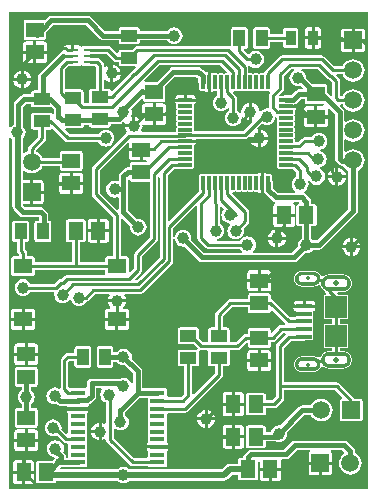
<source format=gtl>
G04 Layer_Physical_Order=1*
G04 Layer_Color=255*
%FSLAX43Y43*%
%MOMM*%
G71*
G01*
G75*
%ADD10R,1.500X1.300*%
%ADD11R,1.300X1.500*%
%ADD12R,0.900X1.300*%
%ADD13R,0.100X0.100*%
%ADD14R,1.350X0.400*%
%ADD15R,1.900X1.900*%
%ADD16R,1.397X1.016*%
%ADD17R,1.016X1.397*%
%ADD18R,1.550X1.300*%
%ADD19R,0.305X1.194*%
%ADD20R,1.194X0.305*%
%ADD21R,1.118X0.254*%
%ADD22R,1.250X0.420*%
%ADD23C,0.381*%
%ADD24C,0.254*%
%ADD25C,0.508*%
%ADD26C,1.500*%
%ADD27R,1.500X1.500*%
%ADD28R,1.500X1.500*%
%ADD29C,0.350*%
%ADD30C,0.500*%
%ADD31C,1.000*%
G36*
X27285Y35055D02*
X27373Y34996D01*
X27652Y34717D01*
Y33614D01*
X27534Y33565D01*
X27251Y33849D01*
Y34400D01*
X27235Y34479D01*
X27190Y34547D01*
X27123Y34591D01*
X27044Y34607D01*
X26004D01*
X25465Y35146D01*
X25444Y35308D01*
X25373Y35479D01*
X25261Y35626D01*
X25114Y35738D01*
X25056Y35762D01*
X25081Y35889D01*
X26450D01*
X27285Y35055D01*
D02*
G37*
G36*
X6518Y36158D02*
X6597Y36142D01*
X7143D01*
X7156Y36139D01*
X7593D01*
X7672Y36061D01*
Y34216D01*
X7310D01*
X7231Y34200D01*
X7163Y34155D01*
X7118Y34088D01*
X7103Y34009D01*
Y32999D01*
X6636D01*
X6625Y33010D01*
Y33948D01*
X6609Y34027D01*
X6564Y34094D01*
X6497Y34139D01*
X6418Y34155D01*
X5021D01*
X5017Y34158D01*
Y35833D01*
X5323Y36139D01*
X5683D01*
X5695Y36142D01*
X6241D01*
X6321Y36158D01*
X6388Y36202D01*
X6450D01*
X6518Y36158D01*
D02*
G37*
G36*
X2188Y32832D02*
X2204Y32753D01*
X2249Y32685D01*
X2316Y32640D01*
X2395Y32625D01*
X3792D01*
X3871Y32640D01*
X3893Y32655D01*
X4099Y32449D01*
Y32086D01*
X4044Y32068D01*
X3972Y32065D01*
X3939Y32115D01*
X3871Y32160D01*
X3792Y32175D01*
X2395D01*
X2316Y32160D01*
X2249Y32115D01*
X2204Y32047D01*
X2188Y31968D01*
Y30952D01*
X2204Y30873D01*
X2249Y30806D01*
X2316Y30761D01*
X2395Y30745D01*
X2777D01*
Y30146D01*
X2000Y29369D01*
X1927Y29260D01*
X1902Y29131D01*
Y28892D01*
X1758Y28833D01*
X1623Y28729D01*
X1496Y28792D01*
Y29995D01*
X1500Y29998D01*
X1613Y30145D01*
X1684Y30316D01*
X1708Y30500D01*
X1684Y30684D01*
X1613Y30855D01*
X1500Y31002D01*
X1496Y31005D01*
Y32679D01*
X1756Y32938D01*
X2188D01*
Y32832D01*
D02*
G37*
G36*
X30691Y309D02*
X309D01*
Y30035D01*
X436Y30078D01*
X497Y29998D01*
X597Y29922D01*
Y24245D01*
X628Y24092D01*
X715Y23962D01*
X1213Y23464D01*
X1343Y23377D01*
X1497Y23346D01*
X2836D01*
X2849Y23334D01*
Y23041D01*
X2670D01*
X2591Y23025D01*
X2524Y22980D01*
X2479Y22913D01*
X2463Y22833D01*
Y21437D01*
X2479Y21357D01*
X2524Y21290D01*
X2591Y21245D01*
X2670Y21229D01*
X3686D01*
X3766Y21245D01*
X3833Y21290D01*
X3878Y21357D01*
X3893Y21437D01*
Y22833D01*
X3878Y22913D01*
X3833Y22980D01*
X3766Y23025D01*
X3686Y23041D01*
X3651D01*
Y23500D01*
X3621Y23654D01*
X3534Y23784D01*
X3286Y24031D01*
X3156Y24118D01*
X3002Y24149D01*
X1663D01*
X1496Y24316D01*
Y24451D01*
X2112D01*
Y25460D01*
Y26469D01*
X1496D01*
Y27208D01*
X1623Y27271D01*
X1758Y27167D01*
X1990Y27071D01*
X2239Y27039D01*
X2487Y27071D01*
X2719Y27167D01*
X2918Y27320D01*
X3071Y27519D01*
X3131Y27663D01*
X4624D01*
Y27452D01*
X4640Y27372D01*
X4684Y27305D01*
X4752Y27260D01*
X4831Y27244D01*
X6331D01*
X6410Y27260D01*
X6477Y27305D01*
X6522Y27372D01*
X6538Y27452D01*
Y28752D01*
X6522Y28831D01*
X6477Y28898D01*
X6410Y28943D01*
X6331Y28959D01*
X4831D01*
X4752Y28943D01*
X4684Y28898D01*
X4640Y28831D01*
X4624Y28752D01*
Y28337D01*
X3131D01*
X3071Y28481D01*
X2918Y28680D01*
X2719Y28833D01*
X2608Y28879D01*
X2593Y29010D01*
X3352Y29769D01*
X3425Y29878D01*
X3451Y30007D01*
Y30745D01*
X3792D01*
X3871Y30761D01*
X3939Y30806D01*
X4015Y30813D01*
X5060Y29769D01*
X5169Y29696D01*
X5298Y29670D01*
X7878D01*
X7886Y29652D01*
X7998Y29505D01*
X8145Y29392D01*
X8316Y29322D01*
X8500Y29297D01*
X8684Y29322D01*
X8855Y29392D01*
X9002Y29505D01*
X9114Y29652D01*
X9185Y29823D01*
X9209Y30007D01*
X9185Y30190D01*
X9114Y30361D01*
X9002Y30508D01*
X8855Y30621D01*
X8684Y30692D01*
X8500Y30716D01*
X8316Y30692D01*
X8145Y30621D01*
X7998Y30508D01*
X7886Y30361D01*
X7878Y30343D01*
X5438D01*
X5063Y30718D01*
X5115Y30845D01*
X6418D01*
X6497Y30861D01*
X6564Y30906D01*
X6609Y30973D01*
X6625Y31052D01*
Y31159D01*
X7103D01*
Y31113D01*
X7118Y31034D01*
X7163Y30967D01*
X7231Y30922D01*
X7310Y30906D01*
X8707D01*
X8786Y30922D01*
X8853Y30967D01*
X8898Y31034D01*
X8914Y31113D01*
Y31220D01*
X9621D01*
X9775Y31250D01*
X9905Y31337D01*
X10003Y31435D01*
X10054Y31429D01*
X10135Y31292D01*
X10120Y31257D01*
X10111Y31187D01*
X10728D01*
Y31808D01*
X10642Y31921D01*
X10685Y32025D01*
X10709Y32209D01*
X10685Y32392D01*
X10643Y32493D01*
X11524Y33374D01*
X11642Y33325D01*
Y33300D01*
X11657Y33221D01*
X11702Y33153D01*
X11769Y33109D01*
X11849Y33093D01*
X13349D01*
X13428Y33109D01*
X13495Y33153D01*
X13540Y33221D01*
X13556Y33300D01*
Y34419D01*
X14368Y35231D01*
X16181D01*
X16268Y35144D01*
X16349Y35090D01*
Y35070D01*
X16328Y34966D01*
Y34750D01*
X16358Y34596D01*
X16433Y34485D01*
Y34153D01*
X16481Y34036D01*
X16598Y33988D01*
X16902D01*
X16914Y33970D01*
X16998Y33914D01*
X17098Y33894D01*
X17123D01*
Y34711D01*
X17131Y34750D01*
Y34882D01*
X17151Y34986D01*
Y35275D01*
X17123Y35418D01*
Y35606D01*
X17098D01*
X17005Y35587D01*
X16881Y35711D01*
X16751Y35798D01*
X16748Y35799D01*
X16631Y35916D01*
X16501Y36003D01*
X16347Y36034D01*
X14202D01*
X14048Y36003D01*
X13918Y35916D01*
X12809Y34807D01*
X11849D01*
X11826Y34803D01*
X11763Y34920D01*
X13085Y36241D01*
X18165D01*
X18777Y35629D01*
X18728Y35512D01*
X18598D01*
X18500Y35471D01*
X18402Y35512D01*
X18098D01*
X18000Y35471D01*
X17902Y35512D01*
X17598D01*
X17586Y35530D01*
X17501Y35586D01*
X17402Y35606D01*
X17377D01*
Y34750D01*
Y33894D01*
X17402D01*
X17501Y33914D01*
X17586Y33970D01*
X17598Y33988D01*
X17902D01*
X17920Y33976D01*
Y33622D01*
X17902Y33614D01*
X17756Y33502D01*
X17643Y33355D01*
X17572Y33184D01*
X17548Y33000D01*
X17572Y32816D01*
X17643Y32645D01*
X17756Y32498D01*
X17902Y32386D01*
X18074Y32315D01*
X18257Y32291D01*
X18441Y32315D01*
X18612Y32386D01*
X18759Y32498D01*
X18838Y32602D01*
X18965Y32559D01*
Y32372D01*
X18947Y32364D01*
X18800Y32252D01*
X18688Y32105D01*
X18617Y31934D01*
X18593Y31750D01*
X18617Y31566D01*
X18688Y31395D01*
X18800Y31248D01*
X18947Y31136D01*
X19118Y31065D01*
X19302Y31041D01*
X19485Y31065D01*
X19656Y31136D01*
X19803Y31248D01*
X19916Y31395D01*
X19987Y31566D01*
X20011Y31750D01*
X20009Y31769D01*
X20130Y31819D01*
X20212Y31712D01*
X20370Y31591D01*
X20553Y31515D01*
X20623Y31506D01*
Y32250D01*
Y32994D01*
X20553Y32985D01*
X20370Y32909D01*
X20212Y32788D01*
X20091Y32630D01*
X20015Y32447D01*
X19989Y32250D01*
X19995Y32211D01*
X19873Y32161D01*
X19803Y32252D01*
X19656Y32364D01*
X19638Y32372D01*
Y33388D01*
X19613Y33517D01*
X19540Y33626D01*
X19295Y33871D01*
X19344Y33988D01*
X19402D01*
X19500Y34029D01*
X19598Y33988D01*
X19902D01*
X20000Y34029D01*
X20098Y33988D01*
X20402D01*
X20500Y34029D01*
X20598Y33988D01*
X20902D01*
X21000Y34029D01*
X21098Y33988D01*
X21402D01*
X21500Y34029D01*
X21598Y33988D01*
X21902D01*
X22000Y34029D01*
X22098Y33988D01*
X22332D01*
X22385Y33861D01*
X22312Y33752D01*
X22286Y33623D01*
Y32651D01*
X22223Y32560D01*
X22200Y32534D01*
X22160Y32539D01*
X21976Y32515D01*
X21805Y32444D01*
X21658Y32332D01*
X21632Y32298D01*
X21500Y32333D01*
X21485Y32447D01*
X21409Y32630D01*
X21288Y32788D01*
X21130Y32909D01*
X20947Y32985D01*
X20877Y32994D01*
Y32250D01*
Y31441D01*
X20906Y31382D01*
X20111Y30587D01*
X16019D01*
X16012Y30598D01*
Y30902D01*
X15971Y31000D01*
X16012Y31098D01*
Y31402D01*
X15971Y31500D01*
X16012Y31598D01*
Y31902D01*
X15971Y32000D01*
X16012Y32098D01*
Y32402D01*
X15971Y32500D01*
X16012Y32598D01*
Y32902D01*
X16030Y32914D01*
X16086Y32998D01*
X16106Y33098D01*
Y33123D01*
X14394D01*
Y33098D01*
X14414Y32998D01*
X14470Y32914D01*
X14488Y32902D01*
Y32598D01*
X14529Y32500D01*
X14488Y32402D01*
Y32098D01*
X14529Y32000D01*
X14488Y31902D01*
Y31598D01*
X14529Y31500D01*
X14488Y31402D01*
Y31098D01*
X14529Y31000D01*
X14488Y30902D01*
Y30598D01*
X14467Y30567D01*
X11569D01*
X11557Y30593D01*
X11519Y30694D01*
X11590Y30863D01*
X11616Y31060D01*
X11610Y31101D01*
X11729Y31175D01*
X11750Y31161D01*
X11849Y31141D01*
X12472D01*
Y31923D01*
X11590D01*
Y31550D01*
X11463Y31507D01*
X11393Y31598D01*
X11235Y31719D01*
X11052Y31795D01*
X10982Y31804D01*
Y31060D01*
X10855D01*
Y30933D01*
X10111D01*
X10120Y30863D01*
X10196Y30680D01*
X10260Y30597D01*
X10240Y30471D01*
X10235Y30468D01*
X7443Y27676D01*
X7370Y27567D01*
X7344Y27438D01*
Y25265D01*
X7370Y25137D01*
X7443Y25027D01*
X9110Y23361D01*
Y20042D01*
X8672D01*
X8592Y20026D01*
X8525Y19982D01*
X8480Y19914D01*
X8464Y19835D01*
Y19522D01*
X6310D01*
Y21219D01*
X6624D01*
X6703Y21235D01*
X6770Y21279D01*
X6815Y21347D01*
X6831Y21426D01*
Y22926D01*
X6815Y23005D01*
X6770Y23072D01*
X6703Y23117D01*
X6624Y23133D01*
X5324D01*
X5244Y23117D01*
X5177Y23072D01*
X5132Y23005D01*
X5117Y22926D01*
Y21426D01*
X5132Y21347D01*
X5177Y21279D01*
X5244Y21235D01*
X5324Y21219D01*
X5637D01*
Y19522D01*
X2479D01*
Y19835D01*
X2463Y19914D01*
X2418Y19982D01*
X2351Y20026D01*
X2272Y20042D01*
X1833D01*
Y20302D01*
X1808Y20431D01*
X1735Y20540D01*
X1635Y20639D01*
Y21229D01*
X1807D01*
X1886Y21245D01*
X1953Y21290D01*
X1998Y21357D01*
X2014Y21437D01*
Y22833D01*
X1998Y22913D01*
X1953Y22980D01*
X1886Y23025D01*
X1807Y23041D01*
X791D01*
X711Y23025D01*
X644Y22980D01*
X599Y22913D01*
X584Y22833D01*
Y21437D01*
X599Y21357D01*
X644Y21290D01*
X711Y21245D01*
X791Y21229D01*
X962D01*
Y20500D01*
X988Y20371D01*
X1061Y20262D01*
X1153Y20169D01*
X1144Y20042D01*
X722D01*
X642Y20026D01*
X575Y19982D01*
X530Y19914D01*
X514Y19835D01*
Y18535D01*
X530Y18456D01*
X575Y18389D01*
X642Y18344D01*
X722Y18328D01*
X2272D01*
X2351Y18344D01*
X2418Y18389D01*
X2463Y18456D01*
X2479Y18535D01*
Y18848D01*
X8464D01*
Y18535D01*
X8408Y18466D01*
X5250D01*
X5121Y18441D01*
X5012Y18368D01*
X4752Y18107D01*
X4735Y18111D01*
X4607Y18085D01*
X4497Y18012D01*
X4375Y17890D01*
X4268Y17818D01*
X4157Y17707D01*
X2122D01*
X2114Y17725D01*
X2002Y17872D01*
X1855Y17985D01*
X1684Y18056D01*
X1500Y18080D01*
X1316Y18056D01*
X1145Y17985D01*
X998Y17872D01*
X886Y17725D01*
X815Y17554D01*
X791Y17371D01*
X815Y17187D01*
X886Y17016D01*
X998Y16869D01*
X1145Y16756D01*
X1316Y16685D01*
X1500Y16661D01*
X1684Y16685D01*
X1855Y16756D01*
X2002Y16869D01*
X2114Y17016D01*
X2122Y17034D01*
X4087D01*
X4161Y16907D01*
X4140Y16750D01*
X4165Y16566D01*
X4235Y16395D01*
X4348Y16248D01*
X4495Y16136D01*
X4666Y16065D01*
X4850Y16041D01*
X5033Y16065D01*
X5204Y16136D01*
X5351Y16248D01*
X5432Y16354D01*
X5565Y16320D01*
X5636Y16149D01*
X5748Y16002D01*
X5895Y15889D01*
X6066Y15818D01*
X6250Y15794D01*
X6434Y15818D01*
X6605Y15889D01*
X6752Y16002D01*
X6864Y16149D01*
X6877Y16179D01*
X6943Y16193D01*
X7052Y16266D01*
X7587Y16801D01*
X8759D01*
X8822Y16674D01*
X8788Y16630D01*
X8712Y16447D01*
X8703Y16377D01*
X10190D01*
X10181Y16447D01*
X10105Y16630D01*
X10072Y16674D01*
X10134Y16801D01*
X11399D01*
X11528Y16827D01*
X11637Y16900D01*
X14100Y19363D01*
X14173Y19472D01*
X14199Y19601D01*
Y21460D01*
X14326Y21468D01*
X14340Y21362D01*
X14411Y21191D01*
X14523Y21044D01*
X14670Y20931D01*
X14841Y20860D01*
X15025Y20836D01*
X15150Y20852D01*
X16361Y19641D01*
X16492Y19554D01*
X16645Y19524D01*
X24439D01*
X24593Y19554D01*
X24723Y19641D01*
X25373Y20291D01*
X25498Y20275D01*
X25682Y20299D01*
X25853Y20370D01*
X26000Y20482D01*
X26077Y20583D01*
X26541D01*
X26695Y20613D01*
X26825Y20700D01*
X29734Y23609D01*
X29821Y23739D01*
X29851Y23893D01*
Y27265D01*
X29931Y27297D01*
X30130Y27450D01*
X30283Y27649D01*
X30379Y27881D01*
X30411Y28130D01*
X30379Y28379D01*
X30283Y28611D01*
X30130Y28810D01*
X29931Y28963D01*
X29699Y29059D01*
X29450Y29091D01*
X29201Y29059D01*
X28969Y28963D01*
X28828Y28855D01*
X28701Y28917D01*
Y29883D01*
X28828Y29945D01*
X28969Y29837D01*
X29201Y29741D01*
X29450Y29709D01*
X29699Y29741D01*
X29931Y29837D01*
X30130Y29990D01*
X30283Y30189D01*
X30379Y30421D01*
X30411Y30670D01*
X30379Y30919D01*
X30283Y31151D01*
X30130Y31350D01*
X29931Y31503D01*
X29699Y31599D01*
X29450Y31631D01*
X29201Y31599D01*
X28969Y31503D01*
X28828Y31395D01*
X28701Y31457D01*
Y32232D01*
X28671Y32385D01*
X28584Y32516D01*
X28343Y32756D01*
X28392Y32873D01*
X28558D01*
X28617Y32729D01*
X28770Y32530D01*
X28969Y32377D01*
X29201Y32281D01*
X29450Y32249D01*
X29699Y32281D01*
X29931Y32377D01*
X30130Y32530D01*
X30283Y32729D01*
X30379Y32961D01*
X30411Y33210D01*
X30379Y33459D01*
X30283Y33691D01*
X30130Y33890D01*
X29931Y34043D01*
X29699Y34139D01*
X29450Y34171D01*
X29201Y34139D01*
X28969Y34043D01*
X28770Y33890D01*
X28617Y33691D01*
X28558Y33547D01*
X28325D01*
Y34857D01*
X28299Y34985D01*
X28227Y35095D01*
X28025Y35296D01*
X28074Y35413D01*
X28558D01*
X28617Y35269D01*
X28770Y35070D01*
X28969Y34917D01*
X29201Y34821D01*
X29450Y34789D01*
X29699Y34821D01*
X29931Y34917D01*
X30130Y35070D01*
X30283Y35269D01*
X30379Y35501D01*
X30411Y35750D01*
X30379Y35999D01*
X30283Y36231D01*
X30130Y36430D01*
X29931Y36583D01*
X29699Y36679D01*
X29450Y36711D01*
X29201Y36679D01*
X28969Y36583D01*
X28770Y36430D01*
X28617Y36231D01*
X28558Y36087D01*
X27852D01*
X27017Y36921D01*
X26908Y36994D01*
X26779Y37020D01*
X23433D01*
X23304Y36994D01*
X23195Y36921D01*
X22012Y35738D01*
X21939Y35629D01*
X21917Y35520D01*
X21902Y35512D01*
X21598D01*
X21500Y35471D01*
X21402Y35512D01*
X21098D01*
X21000Y35471D01*
X20902Y35512D01*
X20598D01*
X20587Y35519D01*
Y36059D01*
X20577Y36108D01*
X20647Y36158D01*
X20694Y36171D01*
X20827Y36069D01*
X20998Y35998D01*
X21182Y35974D01*
X21365Y35998D01*
X21536Y36069D01*
X21683Y36182D01*
X21796Y36329D01*
X21867Y36500D01*
X21891Y36683D01*
X21867Y36867D01*
X21796Y37038D01*
X21683Y37185D01*
X21536Y37297D01*
X21365Y37368D01*
X21182Y37392D01*
X20998Y37368D01*
X20827Y37297D01*
X20680Y37185D01*
X20649Y37143D01*
X20522Y37135D01*
X20190Y37467D01*
X20242Y37594D01*
X20318D01*
X20397Y37610D01*
X20465Y37655D01*
X20510Y37722D01*
X20525Y37801D01*
Y39199D01*
X20510Y39278D01*
X20465Y39345D01*
X20397Y39390D01*
X20318Y39406D01*
X19302D01*
X19223Y39390D01*
X19156Y39345D01*
X19111Y39278D01*
X19095Y39199D01*
Y37856D01*
X18982Y37787D01*
X18972Y37785D01*
X18946Y37803D01*
X18817Y37829D01*
X11175D01*
X11046Y37803D01*
X10937Y37730D01*
X10732Y37525D01*
X9794D01*
X9715Y37510D01*
X9648Y37465D01*
X9603Y37397D01*
X9587Y37318D01*
Y37280D01*
X9460Y37228D01*
X8958Y37730D01*
X8848Y37803D01*
X8720Y37829D01*
X7156D01*
X7143Y37826D01*
X6597D01*
X6518Y37810D01*
X6450Y37765D01*
X6450D01*
X6447Y37769D01*
X6424Y37802D01*
X6340Y37858D01*
X6241Y37878D01*
X5810D01*
Y37492D01*
X5556D01*
Y37878D01*
X5124D01*
X5025Y37858D01*
X4941Y37802D01*
X4884Y37718D01*
X4865Y37619D01*
Y37378D01*
X4747Y37355D01*
X4617Y37268D01*
X2926Y35577D01*
X2839Y35446D01*
X2808Y35293D01*
Y34055D01*
X2395D01*
X2316Y34039D01*
X2249Y33994D01*
X2204Y33927D01*
X2188Y33848D01*
Y33741D01*
X1590D01*
X1436Y33711D01*
X1306Y33624D01*
X811Y33129D01*
X724Y32998D01*
X693Y32845D01*
Y31135D01*
X644Y31114D01*
X497Y31002D01*
X436Y30922D01*
X309Y30965D01*
Y40691D01*
X30691D01*
Y309D01*
D02*
G37*
G36*
X9163Y36572D02*
X9273Y36499D01*
X9401Y36474D01*
X9587D01*
Y36302D01*
X9603Y36223D01*
X9648Y36156D01*
X9715Y36111D01*
X9794Y36095D01*
X10981D01*
X11029Y35978D01*
X10763Y35711D01*
X10694Y35666D01*
X9033Y34004D01*
X8905Y34055D01*
X8898Y34088D01*
X8853Y34155D01*
X8786Y34200D01*
X8707Y34216D01*
X8345D01*
Y34922D01*
X8472Y34965D01*
X8474Y34962D01*
X8632Y34841D01*
X8815Y34765D01*
X8885Y34756D01*
Y35500D01*
Y36244D01*
X8815Y36235D01*
X8632Y36159D01*
X8474Y36038D01*
X8472Y36035D01*
X8345Y36078D01*
Y36200D01*
X8319Y36329D01*
X8246Y36438D01*
X7971Y36714D01*
X7961Y36720D01*
X7954Y36758D01*
X7974Y36857D01*
X7156D01*
Y37111D01*
X7974D01*
Y37111D01*
X8010Y37155D01*
X8580D01*
X9163Y36572D01*
D02*
G37*
G36*
X24463Y35762D02*
X24404Y35738D01*
X24258Y35626D01*
X24145Y35479D01*
X24074Y35308D01*
X24050Y35124D01*
X24074Y34940D01*
X24145Y34769D01*
X24258Y34622D01*
X24404Y34510D01*
X24576Y34439D01*
X24759Y34415D01*
X24943Y34439D01*
X25009Y34467D01*
X25207Y34269D01*
X25159Y34151D01*
X24874D01*
X24721Y34121D01*
X24590Y34034D01*
X24229Y33672D01*
X23750D01*
X23596Y33642D01*
X23485Y33567D01*
X23223D01*
X23170Y33694D01*
X23488Y34012D01*
X23561Y34121D01*
X23587Y34250D01*
Y35276D01*
X24200Y35889D01*
X24437D01*
X24463Y35762D01*
D02*
G37*
G36*
X10438Y26505D02*
X10554Y26445D01*
X10559Y26422D01*
X10604Y26355D01*
X10671Y26310D01*
X10750Y26294D01*
X12250D01*
X12262Y26285D01*
Y21639D01*
X11012Y20389D01*
X10939Y20280D01*
X10913Y20151D01*
Y19019D01*
X10556Y18662D01*
X10429Y18714D01*
Y19835D01*
X10413Y19914D01*
X10368Y19982D01*
X10301Y20026D01*
X10222Y20042D01*
X9783D01*
Y23217D01*
X9901Y23266D01*
X10557Y22609D01*
X10541Y22484D01*
X10565Y22300D01*
X10636Y22129D01*
X10748Y21982D01*
X10895Y21870D01*
X11066Y21799D01*
X11250Y21775D01*
X11434Y21799D01*
X11605Y21870D01*
X11752Y21982D01*
X11864Y22129D01*
X11935Y22300D01*
X11959Y22484D01*
X11935Y22668D01*
X11864Y22839D01*
X11752Y22986D01*
X11605Y23098D01*
X11434Y23169D01*
X11250Y23193D01*
X11125Y23177D01*
X10401Y23900D01*
Y25750D01*
Y26496D01*
X10416Y26505D01*
X10438Y26505D01*
D02*
G37*
G36*
X16261Y24279D02*
Y21545D01*
X16286Y21416D01*
X16359Y21307D01*
X16904Y20762D01*
X17014Y20689D01*
X17142Y20663D01*
X19876D01*
X19884Y20645D01*
X19996Y20498D01*
X20055Y20453D01*
X20012Y20326D01*
X16811D01*
X15718Y21420D01*
X15734Y21545D01*
X15710Y21729D01*
X15639Y21900D01*
X15527Y22047D01*
X15380Y22159D01*
X15209Y22230D01*
X15025Y22254D01*
X14841Y22230D01*
X14670Y22159D01*
X14523Y22047D01*
X14411Y21900D01*
X14340Y21729D01*
X14326Y21622D01*
X14199Y21631D01*
Y22383D01*
X16143Y24327D01*
X16261Y24279D01*
D02*
G37*
G36*
X13068Y26679D02*
Y19929D01*
X11112Y17974D01*
X10986D01*
X10937Y18091D01*
X11488Y18642D01*
X11561Y18751D01*
X11587Y18880D01*
Y20012D01*
X12837Y21262D01*
X12910Y21371D01*
X12935Y21500D01*
Y26743D01*
X12941Y26747D01*
X13068Y26679D01*
D02*
G37*
G36*
X22988Y31761D02*
Y31598D01*
X23029Y31500D01*
X22988Y31402D01*
Y31098D01*
X23029Y31000D01*
X22988Y30902D01*
Y30598D01*
X23029Y30500D01*
X22988Y30402D01*
Y30098D01*
X23029Y30000D01*
X22988Y29902D01*
Y29598D01*
X23029Y29500D01*
X22988Y29402D01*
Y29098D01*
X23029Y29000D01*
X22988Y28902D01*
Y28598D01*
X23029Y28500D01*
X22988Y28402D01*
Y28098D01*
X23029Y28000D01*
X22988Y27902D01*
Y27598D01*
X23036Y27481D01*
X23153Y27433D01*
X23653D01*
X23750Y27413D01*
X24361D01*
X24478Y27296D01*
X24509Y27250D01*
X24623Y27135D01*
Y26732D01*
X24605Y26724D01*
X24458Y26612D01*
X24346Y26465D01*
X24275Y26294D01*
X24251Y26110D01*
X24275Y25927D01*
X24346Y25756D01*
X24458Y25609D01*
X24563Y25528D01*
X24520Y25401D01*
X23076D01*
X22651Y25826D01*
Y26250D01*
X22621Y26404D01*
X22567Y26484D01*
Y26847D01*
X22519Y26964D01*
X22402Y27012D01*
X22098D01*
X22086Y27030D01*
X22002Y27086D01*
X21902Y27106D01*
X21877D01*
Y26393D01*
X21849Y26250D01*
Y25660D01*
X21877Y25517D01*
Y25394D01*
X21902D01*
X21948Y25403D01*
X21966Y25376D01*
X22596Y24747D01*
X22616Y24716D01*
X22746Y24629D01*
X22824Y24614D01*
X22842Y24527D01*
X22838Y24482D01*
X22765Y24433D01*
X22709Y24349D01*
X22689Y24250D01*
Y23627D01*
X23598D01*
X24507D01*
Y24250D01*
X24488Y24349D01*
X24432Y24433D01*
X24374Y24472D01*
X24399Y24599D01*
X24867D01*
X24876Y24584D01*
X24866Y24536D01*
X24813Y24450D01*
X24769Y24441D01*
X24702Y24396D01*
X24657Y24329D01*
X24641Y24250D01*
Y22750D01*
X24657Y22671D01*
X24702Y22604D01*
X24769Y22559D01*
X24848Y22543D01*
X25097D01*
Y21562D01*
X24997Y21486D01*
X24884Y21339D01*
X24813Y21168D01*
X24789Y20984D01*
X24806Y20859D01*
X24273Y20326D01*
X20984D01*
X20941Y20453D01*
X20999Y20498D01*
X21112Y20645D01*
X21183Y20816D01*
X21207Y21000D01*
X21183Y21184D01*
X21112Y21355D01*
X20999Y21502D01*
X20852Y21614D01*
X20681Y21685D01*
X20498Y21709D01*
X20314Y21685D01*
X20143Y21614D01*
X19996Y21502D01*
X19884Y21355D01*
X19876Y21337D01*
X17961D01*
X17953Y21464D01*
X18009Y21471D01*
X18180Y21542D01*
X18327Y21655D01*
X18439Y21801D01*
X18510Y21973D01*
X18534Y22156D01*
X18510Y22340D01*
X18439Y22511D01*
X18327Y22658D01*
X18180Y22770D01*
X18162Y22778D01*
Y24196D01*
X18279Y24245D01*
X18500Y24024D01*
X18498Y24002D01*
X18386Y23855D01*
X18315Y23684D01*
X18291Y23500D01*
X18315Y23316D01*
X18386Y23145D01*
X18498Y22998D01*
X18645Y22886D01*
X18816Y22815D01*
X18947Y22798D01*
X18981Y22718D01*
X18990Y22667D01*
X18886Y22531D01*
X18815Y22359D01*
X18791Y22176D01*
X18815Y21992D01*
X18886Y21821D01*
X18998Y21674D01*
X19145Y21562D01*
X19316Y21491D01*
X19500Y21467D01*
X19684Y21491D01*
X19855Y21562D01*
X20002Y21674D01*
X20114Y21821D01*
X20185Y21992D01*
X20209Y22176D01*
X20185Y22359D01*
X20178Y22377D01*
X20568Y22768D01*
X20641Y22877D01*
X20667Y23006D01*
Y23748D01*
X20641Y23876D01*
X20568Y23986D01*
X19193Y25361D01*
X19245Y25488D01*
X19402D01*
X19500Y25529D01*
X19598Y25488D01*
X19902D01*
X20000Y25529D01*
X20098Y25488D01*
X20402D01*
X20500Y25529D01*
X20598Y25488D01*
X20902D01*
X21000Y25529D01*
X21098Y25488D01*
X21402D01*
X21414Y25470D01*
X21498Y25414D01*
X21598Y25394D01*
X21623D01*
Y26250D01*
Y27106D01*
X21598D01*
X21498Y27086D01*
X21414Y27030D01*
X21402Y27012D01*
X21098D01*
X21000Y26971D01*
X20902Y27012D01*
X20598D01*
X20500Y26971D01*
X20402Y27012D01*
X20098D01*
X20000Y26971D01*
X19902Y27012D01*
X19598D01*
X19500Y26971D01*
X19402Y27012D01*
X19098D01*
X19000Y26971D01*
X18902Y27012D01*
X18598D01*
X18500Y26971D01*
X18402Y27012D01*
X18098D01*
X18000Y26971D01*
X17902Y27012D01*
X17598D01*
X17500Y26971D01*
X17402Y27012D01*
X17098D01*
X17000Y26971D01*
X16902Y27012D01*
X16598D01*
X16481Y26964D01*
X16433Y26847D01*
Y26347D01*
X16413Y26250D01*
Y25550D01*
X13859Y22995D01*
X13742Y23044D01*
Y26901D01*
X14254Y27413D01*
X15250D01*
X15347Y27433D01*
X15847D01*
X15964Y27481D01*
X16012Y27598D01*
Y27902D01*
X15971Y28000D01*
X16012Y28098D01*
Y28402D01*
X15971Y28500D01*
X16012Y28598D01*
Y28902D01*
X15971Y29000D01*
X16012Y29098D01*
Y29402D01*
X16030Y29414D01*
X16086Y29498D01*
X16106Y29598D01*
Y29623D01*
X15250D01*
Y29877D01*
X16106D01*
Y29902D01*
X16115Y29913D01*
X20250D01*
X20379Y29939D01*
X20489Y30012D01*
X20632Y30155D01*
X20689Y30127D01*
X21373D01*
Y30811D01*
X21345Y30868D01*
X21741Y31265D01*
X21805Y31216D01*
X21976Y31145D01*
X22160Y31121D01*
X22344Y31145D01*
X22515Y31216D01*
X22661Y31329D01*
X22774Y31476D01*
X22845Y31647D01*
X22861Y31769D01*
X22988Y31761D01*
D02*
G37*
G36*
X10491Y29593D02*
Y29179D01*
X11500D01*
Y29052D01*
X11627D01*
Y28143D01*
X11937D01*
X12004Y28016D01*
X12000Y28009D01*
X10750D01*
X10671Y27993D01*
X10604Y27948D01*
X10559Y27881D01*
X10543Y27802D01*
Y27553D01*
X10373D01*
X10219Y27522D01*
X10089Y27435D01*
X9716Y27063D01*
X9629Y26933D01*
X9599Y26779D01*
Y26421D01*
X9493Y26350D01*
X9434Y26375D01*
X9250Y26399D01*
X9066Y26375D01*
X8895Y26304D01*
X8748Y26191D01*
X8636Y26044D01*
X8565Y25873D01*
X8541Y25690D01*
X8565Y25506D01*
X8636Y25335D01*
X8748Y25188D01*
X8895Y25076D01*
X9066Y25005D01*
X9250Y24981D01*
X9434Y25005D01*
X9493Y25029D01*
X9599Y24959D01*
Y23990D01*
X9481Y23941D01*
X8018Y25405D01*
Y27299D01*
X10364Y29645D01*
X10491Y29593D01*
D02*
G37*
G36*
X25336Y33100D02*
X25352Y33021D01*
X25397Y32953D01*
X25464Y32909D01*
X25544Y32893D01*
X26954D01*
X26962Y32886D01*
X26930Y32792D01*
X26897Y32759D01*
X26421D01*
Y31977D01*
X27303D01*
Y32482D01*
X27346Y32514D01*
X27424Y32540D01*
X27899Y32066D01*
Y28291D01*
X27929Y28137D01*
X28016Y28007D01*
X28216Y27807D01*
X28346Y27720D01*
X28500Y27689D01*
X28555Y27700D01*
X28596D01*
X28617Y27649D01*
X28770Y27450D01*
X28969Y27297D01*
X29049Y27265D01*
Y24059D01*
X26375Y21385D01*
X26077D01*
X26000Y21486D01*
X25900Y21562D01*
Y22543D01*
X26148D01*
X26228Y22559D01*
X26295Y22604D01*
X26340Y22671D01*
X26356Y22750D01*
Y24250D01*
X26340Y24329D01*
X26295Y24396D01*
X26228Y24441D01*
X26148Y24457D01*
X25900D01*
Y24652D01*
X25869Y24805D01*
X25782Y24935D01*
X25434Y25284D01*
X25319Y25360D01*
X25310Y25434D01*
X25317Y25498D01*
X25462Y25609D01*
X25574Y25756D01*
X25645Y25927D01*
X25669Y26110D01*
X25645Y26294D01*
X25611Y26375D01*
X25728Y26424D01*
X25841Y26277D01*
X25988Y26165D01*
X26159Y26094D01*
X26342Y26070D01*
X26526Y26094D01*
X26697Y26165D01*
X26844Y26277D01*
X26957Y26424D01*
X27028Y26595D01*
X27052Y26779D01*
X27028Y26962D01*
X26957Y27134D01*
X26844Y27280D01*
X26697Y27393D01*
X26614Y27428D01*
X26631Y27558D01*
X26684Y27565D01*
X26855Y27636D01*
X27002Y27748D01*
X27114Y27895D01*
X27185Y28066D01*
X27209Y28250D01*
X27185Y28434D01*
X27114Y28605D01*
X27002Y28752D01*
X26855Y28864D01*
X26684Y28935D01*
X26693Y29062D01*
X26715Y29065D01*
X26886Y29136D01*
X27033Y29248D01*
X27145Y29395D01*
X27216Y29566D01*
X27240Y29750D01*
X27216Y29934D01*
X27145Y30105D01*
X27033Y30252D01*
X26886Y30364D01*
X26715Y30435D01*
X26531Y30459D01*
X26347Y30435D01*
X26176Y30364D01*
X26029Y30252D01*
X25917Y30105D01*
X25909Y30087D01*
X25335D01*
X25207Y30061D01*
X25097Y29988D01*
X24764Y29655D01*
X24512D01*
Y29902D01*
X24471Y30000D01*
X24512Y30098D01*
Y30402D01*
X24471Y30500D01*
X24512Y30598D01*
Y30902D01*
X24471Y31000D01*
X24512Y31098D01*
Y31402D01*
X24471Y31500D01*
X24512Y31598D01*
Y31902D01*
X24471Y32000D01*
X24512Y32098D01*
Y32402D01*
X24530Y32414D01*
X24586Y32498D01*
X24606Y32598D01*
Y32623D01*
X23750D01*
Y32869D01*
X24395D01*
X24434Y32877D01*
X24606D01*
Y32902D01*
X24600Y32934D01*
X24679Y32987D01*
X25040Y33349D01*
X25336D01*
Y33100D01*
D02*
G37*
%LPC*%
G36*
X2521Y12638D02*
X1898D01*
Y11856D01*
X2780D01*
Y12379D01*
X2761Y12478D01*
X2704Y12562D01*
X2620Y12619D01*
X2521Y12638D01*
D02*
G37*
G36*
X1644D02*
X1021D01*
X922Y12619D01*
X838Y12562D01*
X782Y12478D01*
X762Y12379D01*
Y11856D01*
X1644D01*
Y12638D01*
D02*
G37*
G36*
X22250Y12116D02*
X21627D01*
Y11334D01*
X22509D01*
Y11857D01*
X22489Y11956D01*
X22433Y12040D01*
X22349Y12096D01*
X22250Y12116D01*
D02*
G37*
G36*
X2531Y14558D02*
X1624D01*
Y13776D01*
X2272D01*
X2371Y13796D01*
X2455Y13852D01*
X2511Y13936D01*
X2531Y14035D01*
Y14558D01*
D02*
G37*
G36*
X1370D02*
X463D01*
Y14035D01*
X482Y13936D01*
X538Y13852D01*
X622Y13796D01*
X722Y13776D01*
X1370D01*
Y14558D01*
D02*
G37*
G36*
X22250Y16907D02*
X20750D01*
X20671Y16891D01*
X20604Y16847D01*
X20559Y16779D01*
X20543Y16700D01*
Y16387D01*
X19050D01*
X18921Y16361D01*
X18812Y16288D01*
X17848Y15324D01*
X17775Y15215D01*
X17749Y15086D01*
Y14003D01*
X17387D01*
X17308Y13987D01*
X17241Y13942D01*
X17196Y13875D01*
X17180Y13796D01*
Y12780D01*
X17147Y12739D01*
X16737D01*
X16406Y13070D01*
Y13796D01*
X16390Y13875D01*
X16345Y13942D01*
X16278Y13987D01*
X16198Y14003D01*
X14802D01*
X14722Y13987D01*
X14655Y13942D01*
X14610Y13875D01*
X14594Y13796D01*
Y12780D01*
X14610Y12700D01*
X14655Y12633D01*
X14722Y12588D01*
X14802Y12572D01*
X15951D01*
X16289Y12235D01*
X16227Y12118D01*
X16198Y12123D01*
X14802D01*
X14722Y12107D01*
X14655Y12063D01*
X14610Y11995D01*
X14594Y11916D01*
Y10900D01*
X14610Y10821D01*
X14655Y10754D01*
X14722Y10709D01*
X14802Y10693D01*
X15153D01*
Y8379D01*
X14886Y8112D01*
X13816D01*
X13707Y8215D01*
Y8635D01*
X13691Y8714D01*
X13646Y8781D01*
X13579Y8826D01*
X13500Y8842D01*
X12250D01*
X12171Y8826D01*
X11596D01*
Y10292D01*
X11566Y10445D01*
X11479Y10575D01*
X10693Y11361D01*
X10709Y11487D01*
X10685Y11670D01*
X10614Y11841D01*
X10502Y11988D01*
X10355Y12101D01*
X10184Y12172D01*
X10000Y12196D01*
X9816Y12172D01*
X9645Y12101D01*
X9498Y11988D01*
X9422Y11888D01*
X9155D01*
Y12203D01*
X9139Y12282D01*
X9094Y12350D01*
X9027Y12394D01*
X8948Y12410D01*
X7932D01*
X7853Y12394D01*
X7785Y12350D01*
X7740Y12282D01*
X7725Y12203D01*
Y10806D01*
X7740Y10727D01*
X7785Y10660D01*
X7853Y10615D01*
X7932Y10599D01*
X8948D01*
X9027Y10615D01*
X9094Y10660D01*
X9139Y10727D01*
X9155Y10806D01*
Y11085D01*
X9422D01*
X9498Y10985D01*
X9645Y10872D01*
X9816Y10801D01*
X10000Y10777D01*
X10125Y10794D01*
X10794Y10125D01*
Y9254D01*
X10667Y9228D01*
X10614Y9355D01*
X10502Y9502D01*
X10355Y9614D01*
X10184Y9685D01*
X10000Y9709D01*
X9816Y9685D01*
X9735Y9651D01*
X7300D01*
X7146Y9621D01*
X7016Y9534D01*
X6929Y9404D01*
X6899Y9250D01*
Y8932D01*
X6886Y8913D01*
X6772Y8838D01*
X6750Y8842D01*
X5500D01*
X5442Y8831D01*
X5345Y8916D01*
Y11059D01*
X5455Y11168D01*
X5845D01*
Y10806D01*
X5861Y10727D01*
X5906Y10660D01*
X5973Y10615D01*
X6052Y10599D01*
X7068D01*
X7147Y10615D01*
X7215Y10660D01*
X7260Y10727D01*
X7275Y10806D01*
Y12203D01*
X7260Y12282D01*
X7215Y12350D01*
X7147Y12394D01*
X7068Y12410D01*
X6052D01*
X5973Y12394D01*
X5906Y12350D01*
X5861Y12282D01*
X5845Y12203D01*
Y11841D01*
X5315D01*
X5186Y11816D01*
X5077Y11743D01*
X4771Y11436D01*
X4698Y11327D01*
X4672Y11198D01*
Y8874D01*
X4545Y8811D01*
X4533Y8821D01*
X4362Y8891D01*
X4178Y8916D01*
X3995Y8891D01*
X3824Y8821D01*
X3677Y8708D01*
X3564Y8561D01*
X3493Y8390D01*
X3469Y8206D01*
X3493Y8023D01*
X3564Y7852D01*
X3677Y7705D01*
X3824Y7592D01*
X3995Y7521D01*
X4178Y7497D01*
X4300Y7513D01*
X4322Y7491D01*
X4453Y7404D01*
X4606Y7374D01*
X5209D01*
X5241Y7335D01*
Y7252D01*
X6125D01*
X7009D01*
Y7312D01*
X7009Y7335D01*
X7067Y7450D01*
X7101Y7473D01*
X7101Y7473D01*
X7113Y7481D01*
X7197Y7537D01*
X7584Y7924D01*
X7671Y8055D01*
X7701Y8208D01*
Y8849D01*
X8121D01*
X8183Y8722D01*
X8136Y8660D01*
X8065Y8489D01*
X8041Y8305D01*
X8065Y8122D01*
X8136Y7951D01*
X8248Y7804D01*
X8395Y7691D01*
X8512Y7643D01*
Y5889D01*
X8486Y5877D01*
X8385Y5839D01*
X8216Y5910D01*
X8146Y5919D01*
Y5175D01*
Y4431D01*
X8216Y4440D01*
X8385Y4511D01*
X8416Y4507D01*
X8521Y4450D01*
X8538Y4367D01*
X8611Y4258D01*
X10532Y2337D01*
X10641Y2264D01*
X10770Y2238D01*
X12090D01*
X12104Y2218D01*
X12171Y2174D01*
X12250Y2158D01*
X13500D01*
X13579Y2174D01*
X13646Y2218D01*
X13691Y2286D01*
X13707Y2365D01*
Y2785D01*
X13691Y2864D01*
X13668Y2900D01*
X13691Y2936D01*
X13707Y3015D01*
Y3435D01*
X13694Y3499D01*
X13739Y3566D01*
X13759Y3665D01*
Y3748D01*
X12875D01*
X11991D01*
Y3665D01*
X12011Y3566D01*
X12056Y3499D01*
X12043Y3435D01*
Y3015D01*
X11934Y2912D01*
X10909D01*
X9186Y4636D01*
Y5387D01*
X9313Y5449D01*
X9395Y5386D01*
X9566Y5315D01*
X9750Y5291D01*
X9934Y5315D01*
X10105Y5386D01*
X10252Y5498D01*
X10364Y5645D01*
X10435Y5816D01*
X10459Y6000D01*
X10435Y6184D01*
X10364Y6355D01*
X10252Y6502D01*
X10151Y6578D01*
Y6814D01*
X11361Y8024D01*
X12011D01*
X12043Y7985D01*
Y7565D01*
X12059Y7486D01*
X12082Y7450D01*
X12059Y7414D01*
X12043Y7335D01*
Y6915D01*
X12059Y6836D01*
X12082Y6800D01*
X12059Y6764D01*
X12043Y6685D01*
Y6265D01*
X12059Y6186D01*
X12082Y6150D01*
X12059Y6114D01*
X12043Y6035D01*
Y5615D01*
X12059Y5536D01*
X12082Y5500D01*
X12059Y5464D01*
X12043Y5385D01*
Y4965D01*
X12059Y4886D01*
X12082Y4850D01*
X12059Y4814D01*
X12043Y4735D01*
Y4315D01*
X12056Y4251D01*
X12011Y4184D01*
X11991Y4085D01*
Y4002D01*
X12875D01*
X13759D01*
Y4085D01*
X13739Y4184D01*
X13694Y4251D01*
X13707Y4315D01*
Y4735D01*
X13691Y4814D01*
X13668Y4850D01*
X13691Y4886D01*
X13707Y4965D01*
Y5385D01*
X13691Y5464D01*
X13668Y5500D01*
X13691Y5536D01*
X13707Y5615D01*
Y6035D01*
X13691Y6114D01*
X13668Y6150D01*
X13691Y6186D01*
X13707Y6265D01*
Y6685D01*
X13816Y6788D01*
X15225D01*
X15354Y6814D01*
X15463Y6887D01*
X18324Y9748D01*
X18397Y9857D01*
X18422Y9986D01*
Y10693D01*
X18784D01*
X18864Y10709D01*
X18931Y10754D01*
X18976Y10821D01*
X18991Y10900D01*
Y11916D01*
X18987Y11939D01*
X19060Y12052D01*
X19081Y12066D01*
X19653D01*
X19782Y12092D01*
X19891Y12165D01*
X20416Y12690D01*
X20543Y12637D01*
Y12457D01*
X20559Y12378D01*
X20604Y12311D01*
X20671Y12266D01*
X20750Y12250D01*
X22250D01*
X22329Y12266D01*
X22396Y12311D01*
X22441Y12378D01*
X22457Y12457D01*
Y12770D01*
X22623D01*
X22752Y12796D01*
X22861Y12869D01*
X23505Y13513D01*
X23687D01*
X23740Y13386D01*
X23012Y12659D01*
X22939Y12549D01*
X22913Y12421D01*
Y9000D01*
Y8139D01*
X22611Y7837D01*
X22059D01*
Y8250D01*
X22043Y8329D01*
X21998Y8396D01*
X21931Y8441D01*
X21852Y8457D01*
X20552D01*
X20472Y8441D01*
X20405Y8396D01*
X20360Y8329D01*
X20345Y8250D01*
Y6750D01*
X20360Y6671D01*
X20405Y6603D01*
X20472Y6559D01*
X20552Y6543D01*
X21852D01*
X21931Y6559D01*
X21998Y6603D01*
X22043Y6671D01*
X22059Y6750D01*
Y7163D01*
X22750D01*
X22879Y7189D01*
X22988Y7262D01*
X23488Y7762D01*
X23561Y7871D01*
X23587Y8000D01*
Y8663D01*
X27926D01*
X28509Y8080D01*
X28468Y7943D01*
X28462Y7941D01*
X28394Y7897D01*
X28349Y7829D01*
X28334Y7750D01*
Y6250D01*
X28349Y6171D01*
X28394Y6103D01*
X28462Y6059D01*
X28541Y6043D01*
X30041D01*
X30120Y6059D01*
X30187Y6103D01*
X30232Y6171D01*
X30248Y6250D01*
Y7750D01*
X30232Y7829D01*
X30187Y7897D01*
X30120Y7941D01*
X30041Y7957D01*
X29566D01*
X29529Y8013D01*
X28304Y9238D01*
X28195Y9311D01*
X28066Y9337D01*
X23587D01*
Y12281D01*
X24169Y12863D01*
X25325D01*
X25454Y12889D01*
X25507Y12924D01*
X26000D01*
X26054Y12946D01*
X26076Y13000D01*
Y13400D01*
X26054Y13454D01*
X26046Y13457D01*
Y13593D01*
X26054Y13596D01*
X26076Y13650D01*
Y14050D01*
X26054Y14104D01*
X26046Y14107D01*
Y14243D01*
X26054Y14246D01*
X26076Y14300D01*
Y14700D01*
X26054Y14754D01*
X26046Y14757D01*
Y14893D01*
X26054Y14896D01*
X26076Y14950D01*
Y15350D01*
X26079Y15357D01*
X26099Y15361D01*
X26183Y15417D01*
X26239Y15501D01*
X26259Y15600D01*
Y15673D01*
X25325D01*
X24391D01*
Y15600D01*
X24411Y15501D01*
X24467Y15417D01*
X24551Y15361D01*
X24571Y15357D01*
X24574Y15350D01*
Y14964D01*
X24574Y14950D01*
X24490Y14837D01*
X24139D01*
X22688Y16288D01*
X22579Y16361D01*
X22457Y16385D01*
Y16700D01*
X22441Y16779D01*
X22396Y16847D01*
X22329Y16891D01*
X22250Y16907D01*
D02*
G37*
G36*
X21373Y12116D02*
X20750D01*
X20651Y12096D01*
X20567Y12040D01*
X20511Y11956D01*
X20491Y11857D01*
Y11334D01*
X21373D01*
Y12116D01*
D02*
G37*
G36*
Y11080D02*
X20491D01*
Y10557D01*
X20511Y10458D01*
X20567Y10374D01*
X20651Y10318D01*
X20750Y10298D01*
X21373D01*
Y11080D01*
D02*
G37*
G36*
X19952Y8509D02*
X19429D01*
Y7627D01*
X20211D01*
Y8250D01*
X20191Y8349D01*
X20135Y8433D01*
X20051Y8489D01*
X19952Y8509D01*
D02*
G37*
G36*
X19175D02*
X18652D01*
X18553Y8489D01*
X18469Y8433D01*
X18413Y8349D01*
X18393Y8250D01*
Y7627D01*
X19175D01*
Y8509D01*
D02*
G37*
G36*
X2780Y11602D02*
X1898D01*
Y10820D01*
X2521D01*
X2620Y10840D01*
X2704Y10896D01*
X2761Y10980D01*
X2780Y11079D01*
Y11602D01*
D02*
G37*
G36*
X1644D02*
X762D01*
Y11079D01*
X782Y10980D01*
X838Y10896D01*
X922Y10840D01*
X1021Y10820D01*
X1644D01*
Y11602D01*
D02*
G37*
G36*
X22509Y11080D02*
X21627D01*
Y10298D01*
X22250D01*
X22349Y10318D01*
X22433Y10374D01*
X22489Y10458D01*
X22509Y10557D01*
Y11080D01*
D02*
G37*
G36*
X9320Y14558D02*
X8413D01*
Y14035D01*
X8432Y13936D01*
X8488Y13852D01*
X8572Y13796D01*
X8672Y13776D01*
X9320D01*
Y14558D01*
D02*
G37*
G36*
X21373Y18859D02*
X20750D01*
X20651Y18839D01*
X20567Y18783D01*
X20511Y18699D01*
X20491Y18600D01*
Y18077D01*
X21373D01*
Y18859D01*
D02*
G37*
G36*
X7000Y40401D02*
X3898D01*
X3744Y40371D01*
X3614Y40284D01*
X3355Y40024D01*
X3329Y40041D01*
X3250Y40057D01*
X1750D01*
X1671Y40041D01*
X1604Y39996D01*
X1559Y39929D01*
X1543Y39850D01*
Y38550D01*
X1559Y38471D01*
X1604Y38403D01*
X1671Y38359D01*
X1750Y38343D01*
X3250D01*
X3329Y38359D01*
X3397Y38403D01*
X3441Y38471D01*
X3457Y38550D01*
Y38991D01*
X4064Y39599D01*
X6834D01*
X8026Y38406D01*
X8157Y38319D01*
X8310Y38288D01*
X9587D01*
Y38182D01*
X9603Y38103D01*
X9648Y38035D01*
X9715Y37990D01*
X9794Y37975D01*
X11191D01*
X11271Y37990D01*
X11338Y38035D01*
X11383Y38103D01*
X11398Y38182D01*
Y38288D01*
X13718D01*
X13795Y38188D01*
X13942Y38076D01*
X14113Y38005D01*
X14296Y37981D01*
X14480Y38005D01*
X14651Y38076D01*
X14798Y38188D01*
X14911Y38335D01*
X14982Y38506D01*
X15006Y38690D01*
X14982Y38873D01*
X14911Y39044D01*
X14798Y39191D01*
X14651Y39304D01*
X14480Y39375D01*
X14296Y39399D01*
X14113Y39375D01*
X13942Y39304D01*
X13795Y39191D01*
X13718Y39091D01*
X11398D01*
Y39198D01*
X11383Y39277D01*
X11338Y39344D01*
X11271Y39389D01*
X11191Y39405D01*
X9794D01*
X9715Y39389D01*
X9648Y39344D01*
X9603Y39277D01*
X9587Y39198D01*
Y39091D01*
X8476D01*
X7284Y40284D01*
X7154Y40371D01*
X7000Y40401D01*
D02*
G37*
G36*
X22509Y17823D02*
X21627D01*
Y17041D01*
X22250D01*
X22349Y17061D01*
X22433Y17117D01*
X22489Y17201D01*
X22509Y17300D01*
Y17823D01*
D02*
G37*
G36*
X29164Y20691D02*
X28547D01*
X28556Y20622D01*
X28632Y20438D01*
X28753Y20281D01*
X28911Y20160D01*
X29094Y20084D01*
X29164Y20075D01*
Y20691D01*
D02*
G37*
G36*
X26115Y18771D02*
X25085D01*
X25083Y18770D01*
X25081Y18771D01*
X25051Y18769D01*
X25049Y18768D01*
X25047Y18769D01*
X25016Y18766D01*
X25014Y18765D01*
X25012Y18765D01*
X24982Y18760D01*
X24981Y18759D01*
X24979Y18760D01*
X24949Y18753D01*
X24947Y18752D01*
X24945Y18752D01*
X24916Y18744D01*
X24914Y18743D01*
X24912Y18743D01*
X24883Y18734D01*
X24881Y18733D01*
X24879Y18733D01*
X24851Y18722D01*
X24849Y18720D01*
X24847Y18720D01*
X24819Y18708D01*
X24818Y18706D01*
X24816Y18706D01*
X24789Y18692D01*
X24787Y18691D01*
X24785Y18691D01*
X24759Y18675D01*
X24758Y18674D01*
X24756Y18673D01*
X24730Y18657D01*
X24729Y18655D01*
X24727Y18654D01*
X24702Y18637D01*
X24701Y18635D01*
X24699Y18634D01*
X24675Y18615D01*
X24674Y18613D01*
X24672Y18612D01*
X24650Y18592D01*
X24649Y18590D01*
X24647Y18589D01*
X24626Y18568D01*
X24625Y18566D01*
X24623Y18565D01*
X24603Y18543D01*
X24602Y18541D01*
X24600Y18539D01*
X24581Y18516D01*
X24580Y18514D01*
X24578Y18513D01*
X24561Y18488D01*
X24560Y18486D01*
X24558Y18485D01*
X24542Y18459D01*
X24541Y18457D01*
X24540Y18456D01*
X24524Y18430D01*
X24524Y18428D01*
X24523Y18426D01*
X24509Y18399D01*
X24509Y18397D01*
X24507Y18396D01*
X24495Y18368D01*
X24495Y18366D01*
X24493Y18364D01*
X24482Y18336D01*
X24482Y18334D01*
X24481Y18332D01*
X24472Y18303D01*
X24472Y18301D01*
X24471Y18299D01*
X24463Y18270D01*
X24463Y18268D01*
X24462Y18266D01*
X24455Y18236D01*
X24456Y18234D01*
X24455Y18233D01*
X24450Y18203D01*
X24450Y18201D01*
X24449Y18199D01*
X24446Y18168D01*
X24447Y18166D01*
X24446Y18164D01*
X24444Y18134D01*
X24445Y18132D01*
X24444Y18130D01*
Y18100D01*
X24445Y18098D01*
X24444Y18096D01*
X24446Y18066D01*
X24447Y18064D01*
X24446Y18062D01*
X24449Y18031D01*
X24450Y18029D01*
X24450Y18027D01*
X24455Y17997D01*
X24456Y17996D01*
X24455Y17994D01*
X24462Y17964D01*
X24463Y17962D01*
X24463Y17960D01*
X24471Y17931D01*
X24472Y17929D01*
X24472Y17927D01*
X24481Y17898D01*
X24482Y17896D01*
X24482Y17894D01*
X24493Y17866D01*
X24495Y17864D01*
X24495Y17862D01*
X24507Y17834D01*
X24509Y17833D01*
X24509Y17831D01*
X24523Y17804D01*
X24524Y17802D01*
X24524Y17800D01*
X24540Y17774D01*
X24541Y17773D01*
X24542Y17771D01*
X24558Y17745D01*
X24560Y17744D01*
X24561Y17742D01*
X24578Y17717D01*
X24580Y17716D01*
X24581Y17714D01*
X24600Y17690D01*
X24602Y17689D01*
X24603Y17687D01*
X24623Y17665D01*
X24625Y17664D01*
X24626Y17662D01*
X24647Y17641D01*
X24649Y17640D01*
X24650Y17638D01*
X24672Y17618D01*
X24674Y17617D01*
X24676Y17615D01*
X24699Y17596D01*
X24701Y17595D01*
X24702Y17593D01*
X24727Y17576D01*
X24729Y17575D01*
X24730Y17573D01*
X24756Y17557D01*
X24758Y17556D01*
X24759Y17555D01*
X24785Y17539D01*
X24787Y17539D01*
X24789Y17538D01*
X24816Y17524D01*
X24818Y17524D01*
X24819Y17522D01*
X24847Y17510D01*
X24849Y17510D01*
X24851Y17508D01*
X24879Y17497D01*
X24881Y17497D01*
X24883Y17496D01*
X24912Y17487D01*
X24914Y17487D01*
X24916Y17486D01*
X24945Y17478D01*
X24947Y17478D01*
X24949Y17477D01*
X24979Y17470D01*
X24981Y17471D01*
X24982Y17470D01*
X25012Y17465D01*
X25014Y17465D01*
X25016Y17464D01*
X25047Y17461D01*
X25049Y17462D01*
X25051Y17461D01*
X25081Y17459D01*
X25083Y17460D01*
X25085Y17459D01*
X26115D01*
X26117Y17460D01*
X26119Y17459D01*
X26149Y17461D01*
X26151Y17462D01*
X26153Y17461D01*
X26184Y17464D01*
X26186Y17465D01*
X26188Y17465D01*
X26218Y17470D01*
X26219Y17471D01*
X26221Y17470D01*
X26251Y17477D01*
X26253Y17478D01*
X26255Y17478D01*
X26284Y17486D01*
X26286Y17487D01*
X26288Y17487D01*
X26317Y17496D01*
X26319Y17497D01*
X26321Y17497D01*
X26349Y17508D01*
X26351Y17510D01*
X26353Y17510D01*
X26381Y17522D01*
X26382Y17524D01*
X26384Y17524D01*
X26411Y17538D01*
X26413Y17539D01*
X26415Y17539D01*
X26441Y17555D01*
X26442Y17556D01*
X26444Y17557D01*
X26470Y17573D01*
X26471Y17575D01*
X26473Y17576D01*
X26498Y17593D01*
X26499Y17595D01*
X26501Y17596D01*
X26524Y17615D01*
X26643Y17609D01*
X26677Y17582D01*
X26695Y17539D01*
X26706Y17506D01*
X26707Y17505D01*
X26707Y17502D01*
X26719Y17470D01*
X26721Y17469D01*
X26721Y17467D01*
X26735Y17435D01*
X26736Y17433D01*
X26737Y17431D01*
X26752Y17401D01*
X26754Y17399D01*
X26754Y17397D01*
X26771Y17367D01*
X26773Y17366D01*
X26774Y17364D01*
X26792Y17335D01*
X26794Y17334D01*
X26795Y17331D01*
X26815Y17304D01*
X26817Y17302D01*
X26817Y17300D01*
X26839Y17274D01*
X26841Y17273D01*
X26842Y17271D01*
X26865Y17245D01*
X26867Y17244D01*
X26868Y17242D01*
X26892Y17218D01*
X26894Y17217D01*
X26895Y17215D01*
X26921Y17192D01*
X26923Y17191D01*
X26924Y17189D01*
X26950Y17167D01*
X26952Y17167D01*
X26954Y17165D01*
X26982Y17145D01*
X26984Y17144D01*
X26985Y17142D01*
X27014Y17124D01*
X27016Y17123D01*
X27017Y17121D01*
X27047Y17104D01*
X27049Y17104D01*
X27051Y17102D01*
X27065Y17095D01*
X27089Y16975D01*
X27162Y16866D01*
X27184Y16843D01*
X27136Y16726D01*
X27050D01*
X26996Y16704D01*
X26974Y16650D01*
Y14750D01*
X26996Y14696D01*
X27050Y14674D01*
X27663D01*
Y14326D01*
X27050D01*
X26996Y14304D01*
X26974Y14250D01*
Y12350D01*
X26996Y12296D01*
X27050Y12274D01*
X27663D01*
Y11986D01*
X27383D01*
X27381Y11985D01*
X27379Y11986D01*
X27344Y11984D01*
X27342Y11983D01*
X27340Y11984D01*
X27306Y11980D01*
X27304Y11979D01*
X27302Y11979D01*
X27268Y11974D01*
X27266Y11973D01*
X27264Y11973D01*
X27230Y11966D01*
X27228Y11965D01*
X27226Y11965D01*
X27193Y11956D01*
X27191Y11955D01*
X27189Y11955D01*
X27156Y11944D01*
X27155Y11943D01*
X27152Y11943D01*
X27120Y11931D01*
X27119Y11929D01*
X27117Y11929D01*
X27085Y11915D01*
X27083Y11914D01*
X27081Y11913D01*
X27051Y11898D01*
X27049Y11896D01*
X27047Y11896D01*
X27017Y11879D01*
X27016Y11877D01*
X27014Y11876D01*
X26985Y11858D01*
X26984Y11856D01*
X26982Y11855D01*
X26954Y11835D01*
X26952Y11833D01*
X26950Y11833D01*
X26924Y11811D01*
X26923Y11809D01*
X26920Y11808D01*
X26895Y11785D01*
X26894Y11783D01*
X26892Y11782D01*
X26868Y11758D01*
X26867Y11756D01*
X26865Y11755D01*
X26842Y11729D01*
X26841Y11727D01*
X26839Y11726D01*
X26817Y11700D01*
X26817Y11698D01*
X26815Y11696D01*
X26795Y11668D01*
X26794Y11666D01*
X26792Y11665D01*
X26774Y11636D01*
X26773Y11634D01*
X26771Y11633D01*
X26754Y11603D01*
X26754Y11601D01*
X26752Y11599D01*
X26737Y11569D01*
X26736Y11567D01*
X26735Y11565D01*
X26721Y11533D01*
X26721Y11531D01*
X26719Y11530D01*
X26711Y11507D01*
X26682Y11488D01*
X26652Y11458D01*
X26465D01*
X26431Y11451D01*
X26415Y11461D01*
X26413Y11461D01*
X26411Y11462D01*
X26384Y11476D01*
X26382Y11476D01*
X26381Y11478D01*
X26353Y11490D01*
X26351Y11490D01*
X26349Y11492D01*
X26321Y11503D01*
X26319Y11503D01*
X26317Y11504D01*
X26288Y11513D01*
X26286Y11513D01*
X26284Y11514D01*
X26255Y11522D01*
X26253Y11522D01*
X26251Y11523D01*
X26221Y11530D01*
X26219Y11529D01*
X26218Y11530D01*
X26188Y11535D01*
X26186Y11535D01*
X26184Y11536D01*
X26153Y11539D01*
X26151Y11538D01*
X26149Y11539D01*
X26119Y11541D01*
X26117Y11540D01*
X26115Y11541D01*
X25085D01*
X25083Y11540D01*
X25081Y11541D01*
X25051Y11539D01*
X25049Y11538D01*
X25047Y11539D01*
X25016Y11536D01*
X25014Y11535D01*
X25012Y11535D01*
X24982Y11530D01*
X24981Y11529D01*
X24979Y11530D01*
X24949Y11523D01*
X24947Y11522D01*
X24945Y11522D01*
X24916Y11514D01*
X24914Y11513D01*
X24912Y11513D01*
X24883Y11504D01*
X24881Y11503D01*
X24879Y11503D01*
X24851Y11492D01*
X24849Y11490D01*
X24847Y11490D01*
X24819Y11478D01*
X24818Y11476D01*
X24816Y11476D01*
X24789Y11462D01*
X24787Y11461D01*
X24785Y11461D01*
X24759Y11445D01*
X24758Y11444D01*
X24756Y11443D01*
X24730Y11427D01*
X24729Y11425D01*
X24727Y11424D01*
X24702Y11407D01*
X24701Y11405D01*
X24699Y11404D01*
X24676Y11385D01*
X24674Y11383D01*
X24672Y11382D01*
X24650Y11362D01*
X24649Y11360D01*
X24647Y11359D01*
X24626Y11338D01*
X24625Y11336D01*
X24623Y11335D01*
X24603Y11313D01*
X24602Y11311D01*
X24600Y11309D01*
X24581Y11286D01*
X24580Y11284D01*
X24578Y11283D01*
X24561Y11258D01*
X24560Y11256D01*
X24558Y11255D01*
X24542Y11229D01*
X24541Y11227D01*
X24540Y11226D01*
X24524Y11200D01*
X24524Y11198D01*
X24523Y11196D01*
X24509Y11169D01*
X24509Y11167D01*
X24507Y11166D01*
X24495Y11138D01*
X24495Y11136D01*
X24493Y11134D01*
X24482Y11106D01*
X24482Y11104D01*
X24481Y11102D01*
X24472Y11073D01*
X24472Y11071D01*
X24471Y11069D01*
X24463Y11040D01*
X24463Y11038D01*
X24462Y11036D01*
X24455Y11006D01*
X24456Y11004D01*
X24455Y11003D01*
X24450Y10973D01*
X24450Y10971D01*
X24449Y10969D01*
X24446Y10938D01*
X24447Y10936D01*
X24446Y10934D01*
X24444Y10904D01*
X24445Y10902D01*
X24444Y10900D01*
Y10870D01*
X24445Y10868D01*
X24444Y10866D01*
X24446Y10835D01*
X24447Y10834D01*
X24446Y10832D01*
X24449Y10801D01*
X24450Y10799D01*
X24450Y10797D01*
X24455Y10767D01*
X24456Y10766D01*
X24455Y10764D01*
X24462Y10734D01*
X24463Y10732D01*
X24463Y10730D01*
X24471Y10701D01*
X24472Y10699D01*
X24472Y10697D01*
X24481Y10668D01*
X24482Y10666D01*
X24482Y10664D01*
X24493Y10636D01*
X24495Y10634D01*
X24495Y10632D01*
X24507Y10604D01*
X24509Y10603D01*
X24509Y10601D01*
X24523Y10574D01*
X24524Y10572D01*
X24524Y10570D01*
X24540Y10544D01*
X24541Y10543D01*
X24542Y10541D01*
X24558Y10515D01*
X24560Y10514D01*
X24561Y10512D01*
X24578Y10487D01*
X24580Y10486D01*
X24581Y10484D01*
X24600Y10460D01*
X24602Y10459D01*
X24603Y10457D01*
X24623Y10435D01*
X24625Y10434D01*
X24626Y10432D01*
X24647Y10411D01*
X24649Y10410D01*
X24650Y10408D01*
X24672Y10388D01*
X24674Y10387D01*
X24676Y10385D01*
X24699Y10366D01*
X24701Y10365D01*
X24702Y10363D01*
X24727Y10346D01*
X24729Y10345D01*
X24730Y10343D01*
X24756Y10327D01*
X24758Y10326D01*
X24759Y10325D01*
X24785Y10309D01*
X24787Y10309D01*
X24789Y10308D01*
X24816Y10294D01*
X24818Y10294D01*
X24819Y10292D01*
X24847Y10280D01*
X24849Y10280D01*
X24851Y10278D01*
X24879Y10267D01*
X24881Y10267D01*
X24883Y10266D01*
X24912Y10257D01*
X24914Y10257D01*
X24916Y10255D01*
X24945Y10248D01*
X24947Y10248D01*
X24949Y10247D01*
X24979Y10240D01*
X24981Y10241D01*
X24982Y10240D01*
X25012Y10235D01*
X25014Y10235D01*
X25016Y10234D01*
X25047Y10231D01*
X25049Y10232D01*
X25051Y10231D01*
X25081Y10229D01*
X25083Y10230D01*
X25085Y10229D01*
X26115D01*
X26117Y10230D01*
X26119Y10229D01*
X26149Y10231D01*
X26151Y10232D01*
X26153Y10231D01*
X26184Y10234D01*
X26186Y10235D01*
X26188Y10235D01*
X26218Y10240D01*
X26219Y10241D01*
X26221Y10240D01*
X26251Y10247D01*
X26253Y10248D01*
X26255Y10248D01*
X26284Y10255D01*
X26286Y10257D01*
X26288Y10257D01*
X26317Y10266D01*
X26319Y10267D01*
X26321Y10267D01*
X26349Y10278D01*
X26351Y10280D01*
X26353Y10280D01*
X26381Y10292D01*
X26382Y10294D01*
X26384Y10294D01*
X26411Y10308D01*
X26413Y10309D01*
X26415Y10309D01*
X26441Y10325D01*
X26442Y10326D01*
X26444Y10327D01*
X26470Y10343D01*
X26471Y10345D01*
X26473Y10346D01*
X26498Y10363D01*
X26499Y10365D01*
X26501Y10366D01*
X26525Y10385D01*
X26526Y10387D01*
X26528Y10388D01*
X26550Y10408D01*
X26551Y10410D01*
X26553Y10411D01*
X26574Y10432D01*
X26575Y10434D01*
X26577Y10435D01*
X26597Y10457D01*
X26598Y10460D01*
X26600Y10461D01*
X26619Y10484D01*
X26620Y10486D01*
X26622Y10487D01*
X26639Y10512D01*
X26640Y10514D01*
X26642Y10515D01*
X26658Y10541D01*
X26659Y10543D01*
X26660Y10544D01*
X26676Y10570D01*
X26676Y10572D01*
X26677Y10574D01*
X26691Y10601D01*
X26691Y10603D01*
X26693Y10604D01*
X26705Y10632D01*
X26705Y10634D01*
X26707Y10636D01*
X26718Y10664D01*
X26819Y10727D01*
X26895Y10715D01*
X26921Y10692D01*
X26923Y10691D01*
X26924Y10689D01*
X26950Y10667D01*
X26952Y10667D01*
X26954Y10665D01*
X26982Y10645D01*
X26984Y10644D01*
X26985Y10642D01*
X27014Y10624D01*
X27016Y10623D01*
X27017Y10621D01*
X27047Y10604D01*
X27049Y10604D01*
X27051Y10602D01*
X27081Y10587D01*
X27083Y10586D01*
X27085Y10585D01*
X27117Y10571D01*
X27119Y10571D01*
X27120Y10569D01*
X27152Y10557D01*
X27155Y10557D01*
X27156Y10556D01*
X27189Y10545D01*
X27191Y10545D01*
X27193Y10544D01*
X27226Y10535D01*
X27228Y10535D01*
X27230Y10534D01*
X27264Y10527D01*
X27266Y10527D01*
X27268Y10526D01*
X27302Y10521D01*
X27304Y10521D01*
X27306Y10520D01*
X27340Y10516D01*
X27342Y10517D01*
X27344Y10516D01*
X27379Y10514D01*
X27381Y10515D01*
X27383Y10514D01*
X28617D01*
X28619Y10515D01*
X28621Y10514D01*
X28656Y10516D01*
X28658Y10517D01*
X28660Y10516D01*
X28694Y10520D01*
X28696Y10521D01*
X28698Y10521D01*
X28732Y10526D01*
X28734Y10527D01*
X28736Y10527D01*
X28770Y10534D01*
X28772Y10535D01*
X28774Y10535D01*
X28807Y10544D01*
X28809Y10545D01*
X28811Y10545D01*
X28844Y10556D01*
X28845Y10557D01*
X28848Y10557D01*
X28880Y10569D01*
X28881Y10571D01*
X28883Y10571D01*
X28915Y10585D01*
X28917Y10586D01*
X28919Y10587D01*
X28949Y10602D01*
X28951Y10604D01*
X28953Y10604D01*
X28983Y10621D01*
X28984Y10623D01*
X28986Y10624D01*
X29015Y10642D01*
X29016Y10644D01*
X29018Y10645D01*
X29046Y10665D01*
X29048Y10667D01*
X29050Y10667D01*
X29076Y10689D01*
X29077Y10691D01*
X29079Y10692D01*
X29105Y10715D01*
X29106Y10717D01*
X29108Y10718D01*
X29132Y10742D01*
X29133Y10744D01*
X29135Y10745D01*
X29158Y10771D01*
X29159Y10773D01*
X29161Y10774D01*
X29183Y10800D01*
X29183Y10802D01*
X29185Y10804D01*
X29205Y10832D01*
X29206Y10834D01*
X29208Y10835D01*
X29226Y10864D01*
X29227Y10866D01*
X29229Y10867D01*
X29246Y10897D01*
X29246Y10899D01*
X29248Y10901D01*
X29263Y10931D01*
X29264Y10933D01*
X29265Y10935D01*
X29279Y10967D01*
X29279Y10969D01*
X29281Y10970D01*
X29293Y11002D01*
X29293Y11005D01*
X29294Y11006D01*
X29305Y11039D01*
X29305Y11041D01*
X29306Y11043D01*
X29315Y11076D01*
X29315Y11078D01*
X29316Y11080D01*
X29323Y11114D01*
X29323Y11116D01*
X29324Y11118D01*
X29329Y11152D01*
X29329Y11154D01*
X29330Y11156D01*
X29334Y11190D01*
X29333Y11192D01*
X29334Y11194D01*
X29336Y11229D01*
X29335Y11231D01*
X29336Y11233D01*
Y11267D01*
X29335Y11269D01*
X29336Y11271D01*
X29334Y11306D01*
X29333Y11308D01*
X29334Y11310D01*
X29330Y11344D01*
X29329Y11346D01*
X29329Y11348D01*
X29324Y11382D01*
X29323Y11384D01*
X29323Y11386D01*
X29316Y11420D01*
X29315Y11422D01*
X29315Y11424D01*
X29306Y11457D01*
X29305Y11459D01*
X29305Y11461D01*
X29294Y11494D01*
X29293Y11495D01*
X29293Y11498D01*
X29281Y11530D01*
X29279Y11531D01*
X29279Y11533D01*
X29265Y11565D01*
X29264Y11567D01*
X29263Y11569D01*
X29248Y11599D01*
X29246Y11601D01*
X29246Y11603D01*
X29229Y11633D01*
X29227Y11634D01*
X29226Y11636D01*
X29208Y11665D01*
X29206Y11666D01*
X29205Y11668D01*
X29185Y11696D01*
X29183Y11698D01*
X29183Y11700D01*
X29161Y11726D01*
X29159Y11727D01*
X29158Y11729D01*
X29135Y11755D01*
X29133Y11756D01*
X29132Y11758D01*
X29108Y11782D01*
X29106Y11783D01*
X29105Y11785D01*
X29079Y11808D01*
X29077Y11809D01*
X29076Y11811D01*
X29050Y11833D01*
X29048Y11833D01*
X29046Y11835D01*
X29018Y11855D01*
X29016Y11856D01*
X29015Y11858D01*
X28986Y11876D01*
X28984Y11877D01*
X28983Y11879D01*
X28953Y11896D01*
X28951Y11896D01*
X28949Y11898D01*
X28919Y11913D01*
X28917Y11914D01*
X28915Y11915D01*
X28883Y11929D01*
X28881Y11929D01*
X28880Y11931D01*
X28848Y11943D01*
X28845Y11943D01*
X28844Y11944D01*
X28811Y11955D01*
X28809Y11955D01*
X28807Y11956D01*
X28774Y11965D01*
X28772Y11965D01*
X28770Y11966D01*
X28736Y11973D01*
X28734Y11973D01*
X28732Y11974D01*
X28698Y11979D01*
X28696Y11979D01*
X28694Y11980D01*
X28660Y11984D01*
X28658Y11983D01*
X28656Y11984D01*
X28621Y11986D01*
X28619Y11985D01*
X28617Y11986D01*
X28337D01*
Y12274D01*
X28950D01*
X29004Y12296D01*
X29026Y12350D01*
Y14250D01*
X29004Y14304D01*
X28950Y14326D01*
X28337D01*
Y14674D01*
X28950D01*
X29004Y14696D01*
X29026Y14750D01*
Y16650D01*
X29004Y16704D01*
X28950Y16726D01*
X28249D01*
X28238Y16742D01*
X28083Y16897D01*
X28131Y17014D01*
X28617D01*
X28619Y17015D01*
X28621Y17014D01*
X28656Y17016D01*
X28658Y17017D01*
X28660Y17016D01*
X28694Y17020D01*
X28696Y17021D01*
X28698Y17021D01*
X28732Y17026D01*
X28734Y17027D01*
X28736Y17027D01*
X28770Y17034D01*
X28772Y17035D01*
X28774Y17035D01*
X28807Y17044D01*
X28809Y17045D01*
X28811Y17045D01*
X28844Y17056D01*
X28845Y17057D01*
X28848Y17057D01*
X28880Y17069D01*
X28881Y17071D01*
X28883Y17071D01*
X28915Y17085D01*
X28917Y17086D01*
X28919Y17087D01*
X28949Y17102D01*
X28951Y17104D01*
X28953Y17104D01*
X28983Y17121D01*
X28984Y17123D01*
X28986Y17124D01*
X29015Y17142D01*
X29016Y17144D01*
X29018Y17145D01*
X29046Y17165D01*
X29048Y17167D01*
X29050Y17167D01*
X29076Y17189D01*
X29077Y17191D01*
X29079Y17192D01*
X29105Y17215D01*
X29106Y17217D01*
X29108Y17218D01*
X29132Y17242D01*
X29133Y17244D01*
X29135Y17245D01*
X29158Y17271D01*
X29159Y17273D01*
X29161Y17274D01*
X29183Y17300D01*
X29183Y17302D01*
X29185Y17304D01*
X29205Y17332D01*
X29206Y17334D01*
X29208Y17335D01*
X29226Y17364D01*
X29227Y17366D01*
X29229Y17367D01*
X29246Y17397D01*
X29246Y17399D01*
X29248Y17401D01*
X29263Y17431D01*
X29264Y17433D01*
X29265Y17435D01*
X29279Y17467D01*
X29279Y17469D01*
X29281Y17470D01*
X29293Y17502D01*
X29293Y17505D01*
X29294Y17506D01*
X29305Y17539D01*
X29305Y17541D01*
X29306Y17543D01*
X29315Y17576D01*
X29315Y17578D01*
X29316Y17580D01*
X29323Y17614D01*
X29323Y17616D01*
X29324Y17618D01*
X29329Y17652D01*
X29329Y17654D01*
X29330Y17656D01*
X29334Y17690D01*
X29333Y17692D01*
X29334Y17694D01*
X29336Y17729D01*
X29335Y17731D01*
X29336Y17733D01*
Y17767D01*
X29335Y17769D01*
X29336Y17771D01*
X29334Y17806D01*
X29333Y17808D01*
X29334Y17810D01*
X29330Y17844D01*
X29329Y17846D01*
X29329Y17848D01*
X29324Y17882D01*
X29323Y17884D01*
X29323Y17886D01*
X29316Y17920D01*
X29315Y17922D01*
X29315Y17924D01*
X29306Y17957D01*
X29305Y17959D01*
X29305Y17961D01*
X29294Y17994D01*
X29293Y17995D01*
X29293Y17998D01*
X29281Y18030D01*
X29279Y18031D01*
X29279Y18033D01*
X29265Y18065D01*
X29264Y18067D01*
X29263Y18069D01*
X29248Y18099D01*
X29246Y18101D01*
X29246Y18103D01*
X29229Y18133D01*
X29227Y18134D01*
X29226Y18136D01*
X29208Y18165D01*
X29206Y18166D01*
X29205Y18169D01*
X29185Y18196D01*
X29183Y18198D01*
X29183Y18200D01*
X29161Y18226D01*
X29159Y18227D01*
X29158Y18229D01*
X29135Y18255D01*
X29133Y18256D01*
X29132Y18258D01*
X29108Y18282D01*
X29106Y18283D01*
X29105Y18285D01*
X29079Y18308D01*
X29077Y18309D01*
X29076Y18311D01*
X29050Y18333D01*
X29048Y18333D01*
X29046Y18335D01*
X29018Y18355D01*
X29016Y18356D01*
X29015Y18358D01*
X28986Y18376D01*
X28984Y18377D01*
X28983Y18379D01*
X28953Y18396D01*
X28951Y18396D01*
X28949Y18398D01*
X28919Y18413D01*
X28917Y18414D01*
X28915Y18415D01*
X28883Y18429D01*
X28881Y18429D01*
X28880Y18431D01*
X28848Y18443D01*
X28845Y18443D01*
X28844Y18444D01*
X28811Y18455D01*
X28809Y18455D01*
X28807Y18456D01*
X28774Y18465D01*
X28772Y18465D01*
X28770Y18466D01*
X28736Y18473D01*
X28734Y18473D01*
X28732Y18474D01*
X28698Y18479D01*
X28696Y18479D01*
X28694Y18480D01*
X28660Y18484D01*
X28658Y18483D01*
X28656Y18484D01*
X28621Y18486D01*
X28619Y18485D01*
X28617Y18486D01*
X27383D01*
X27381Y18485D01*
X27379Y18486D01*
X27344Y18484D01*
X27342Y18483D01*
X27340Y18484D01*
X27306Y18480D01*
X27304Y18479D01*
X27302Y18479D01*
X27268Y18474D01*
X27266Y18473D01*
X27264Y18473D01*
X27230Y18466D01*
X27228Y18465D01*
X27226Y18465D01*
X27193Y18456D01*
X27191Y18455D01*
X27189Y18455D01*
X27156Y18444D01*
X27155Y18443D01*
X27152Y18443D01*
X27120Y18431D01*
X27119Y18429D01*
X27117Y18429D01*
X27085Y18415D01*
X27083Y18414D01*
X27081Y18413D01*
X27051Y18398D01*
X27049Y18396D01*
X27047Y18396D01*
X27017Y18379D01*
X27016Y18377D01*
X27014Y18376D01*
X26985Y18358D01*
X26984Y18356D01*
X26982Y18355D01*
X26954Y18335D01*
X26952Y18333D01*
X26950Y18333D01*
X26933Y18319D01*
X26910Y18323D01*
X26841D01*
X26718Y18336D01*
X26707Y18364D01*
X26705Y18366D01*
X26705Y18368D01*
X26693Y18396D01*
X26691Y18397D01*
X26691Y18399D01*
X26677Y18426D01*
X26676Y18428D01*
X26676Y18430D01*
X26660Y18456D01*
X26659Y18457D01*
X26658Y18459D01*
X26642Y18485D01*
X26640Y18486D01*
X26639Y18488D01*
X26622Y18513D01*
X26620Y18514D01*
X26619Y18516D01*
X26600Y18540D01*
X26598Y18541D01*
X26597Y18543D01*
X26577Y18565D01*
X26575Y18566D01*
X26574Y18568D01*
X26553Y18589D01*
X26551Y18590D01*
X26550Y18592D01*
X26528Y18612D01*
X26526Y18613D01*
X26524Y18615D01*
X26501Y18634D01*
X26499Y18635D01*
X26498Y18637D01*
X26473Y18654D01*
X26471Y18655D01*
X26470Y18657D01*
X26444Y18673D01*
X26442Y18674D01*
X26441Y18675D01*
X26415Y18691D01*
X26413Y18691D01*
X26411Y18692D01*
X26384Y18706D01*
X26382Y18706D01*
X26381Y18708D01*
X26353Y18720D01*
X26351Y18720D01*
X26349Y18722D01*
X26321Y18733D01*
X26319Y18733D01*
X26317Y18734D01*
X26288Y18743D01*
X26286Y18743D01*
X26284Y18744D01*
X26255Y18752D01*
X26253Y18752D01*
X26251Y18753D01*
X26221Y18760D01*
X26219Y18759D01*
X26218Y18760D01*
X26188Y18765D01*
X26186Y18765D01*
X26184Y18766D01*
X26153Y18769D01*
X26151Y18768D01*
X26149Y18769D01*
X26119Y18771D01*
X26117Y18770D01*
X26115Y18771D01*
D02*
G37*
G36*
X22250Y18859D02*
X21627D01*
Y18077D01*
X22509D01*
Y18600D01*
X22489Y18699D01*
X22433Y18783D01*
X22349Y18839D01*
X22250Y18859D01*
D02*
G37*
G36*
X21373Y17823D02*
X20491D01*
Y17300D01*
X20511Y17201D01*
X20567Y17117D01*
X20651Y17061D01*
X20750Y17041D01*
X21373D01*
Y17823D01*
D02*
G37*
G36*
X10190Y16123D02*
X8703D01*
X8712Y16053D01*
X8788Y15870D01*
X8902Y15721D01*
X8891Y15660D01*
X8869Y15594D01*
X8672D01*
X8572Y15574D01*
X8488Y15518D01*
X8432Y15434D01*
X8413Y15335D01*
Y14812D01*
X9447D01*
X10481D01*
Y15335D01*
X10461Y15434D01*
X10405Y15518D01*
X10321Y15574D01*
X10222Y15594D01*
X10024D01*
X10002Y15660D01*
X9991Y15721D01*
X10105Y15870D01*
X10181Y16053D01*
X10190Y16123D01*
D02*
G37*
G36*
X1370Y15594D02*
X722D01*
X622Y15574D01*
X538Y15518D01*
X482Y15434D01*
X463Y15335D01*
Y14812D01*
X1370D01*
Y15594D01*
D02*
G37*
G36*
X10481Y14558D02*
X9574D01*
Y13776D01*
X10222D01*
X10321Y13796D01*
X10405Y13852D01*
X10461Y13936D01*
X10481Y14035D01*
Y14558D01*
D02*
G37*
G36*
X26000Y16259D02*
X25452D01*
Y15927D01*
X26259D01*
Y16000D01*
X26239Y16099D01*
X26183Y16183D01*
X26099Y16239D01*
X26000Y16259D01*
D02*
G37*
G36*
X25198D02*
X24650D01*
X24551Y16239D01*
X24467Y16183D01*
X24411Y16099D01*
X24391Y16000D01*
Y15927D01*
X25198D01*
Y16259D01*
D02*
G37*
G36*
X2272Y15594D02*
X1624D01*
Y14812D01*
X2531D01*
Y15335D01*
X2511Y15434D01*
X2455Y15518D01*
X2371Y15574D01*
X2272Y15594D01*
D02*
G37*
G36*
X2780Y4323D02*
X1898D01*
Y3541D01*
X2521D01*
X2620Y3561D01*
X2704Y3617D01*
X2761Y3701D01*
X2780Y3800D01*
Y4323D01*
D02*
G37*
G36*
X1644D02*
X762D01*
Y3800D01*
X782Y3701D01*
X838Y3617D01*
X922Y3561D01*
X1021Y3541D01*
X1644D01*
Y4323D01*
D02*
G37*
G36*
X2200Y2759D02*
X1677D01*
Y1877D01*
X2459D01*
Y2500D01*
X2439Y2599D01*
X2383Y2683D01*
X2299Y2739D01*
X2200Y2759D01*
D02*
G37*
G36*
X7892Y5048D02*
X7275D01*
X7284Y4978D01*
X7360Y4795D01*
X7481Y4637D01*
X7638Y4516D01*
X7822Y4440D01*
X7892Y4431D01*
Y5048D01*
D02*
G37*
G36*
X20211Y4623D02*
X19429D01*
Y3741D01*
X19952D01*
X20051Y3761D01*
X20135Y3817D01*
X20191Y3901D01*
X20211Y4000D01*
Y4623D01*
D02*
G37*
G36*
X19175D02*
X18393D01*
Y4000D01*
X18413Y3901D01*
X18469Y3817D01*
X18553Y3761D01*
X18652Y3741D01*
X19175D01*
Y4623D01*
D02*
G37*
G36*
X1423Y2759D02*
X900D01*
X801Y2739D01*
X717Y2683D01*
X661Y2599D01*
X641Y2500D01*
Y1877D01*
X1423D01*
Y2759D01*
D02*
G37*
G36*
X22323Y1873D02*
X21541D01*
Y1250D01*
X21561Y1151D01*
X21617Y1067D01*
X21701Y1011D01*
X21800Y991D01*
X22323D01*
Y1873D01*
D02*
G37*
G36*
X2459Y1623D02*
X1677D01*
Y741D01*
X2200D01*
X2299Y761D01*
X2383Y817D01*
X2439Y901D01*
X2459Y1000D01*
Y1623D01*
D02*
G37*
G36*
X1423D02*
X641D01*
Y1000D01*
X661Y901D01*
X717Y817D01*
X801Y761D01*
X900Y741D01*
X1423D01*
Y1623D01*
D02*
G37*
G36*
X27689Y2373D02*
X26807D01*
Y1491D01*
X27430D01*
X27529Y1511D01*
X27613Y1567D01*
X27669Y1651D01*
X27689Y1750D01*
Y2373D01*
D02*
G37*
G36*
X26553D02*
X25671D01*
Y1750D01*
X25691Y1651D01*
X25747Y1567D01*
X25831Y1511D01*
X25930Y1491D01*
X26553D01*
Y2373D01*
D02*
G37*
G36*
X23359Y1873D02*
X22577D01*
Y991D01*
X23100D01*
X23199Y1011D01*
X23283Y1067D01*
X23339Y1151D01*
X23359Y1250D01*
Y1873D01*
D02*
G37*
G36*
X1644Y5359D02*
X1021D01*
X922Y5339D01*
X838Y5283D01*
X782Y5199D01*
X762Y5100D01*
Y4577D01*
X1644D01*
Y5359D01*
D02*
G37*
G36*
X16873Y6994D02*
X16803Y6985D01*
X16620Y6909D01*
X16462Y6788D01*
X16341Y6630D01*
X16265Y6447D01*
X16256Y6377D01*
X16873D01*
Y6994D01*
D02*
G37*
G36*
X26751Y7961D02*
X26502Y7929D01*
X26270Y7833D01*
X26071Y7680D01*
X25918Y7481D01*
X25885Y7401D01*
X25150D01*
X24996Y7371D01*
X24866Y7284D01*
X23275Y5693D01*
X23150Y5709D01*
X22966Y5685D01*
X22795Y5614D01*
X22648Y5502D01*
X22536Y5355D01*
X22465Y5184D01*
X22461Y5151D01*
X22059D01*
Y5500D01*
X22043Y5579D01*
X21998Y5647D01*
X21931Y5691D01*
X21852Y5707D01*
X20552D01*
X20472Y5691D01*
X20405Y5647D01*
X20360Y5579D01*
X20345Y5500D01*
Y4000D01*
X20360Y3921D01*
X20405Y3853D01*
X20472Y3809D01*
X20552Y3793D01*
X21852D01*
X21931Y3809D01*
X21998Y3853D01*
X22043Y3921D01*
X22059Y4000D01*
Y4349D01*
X22885D01*
X22966Y4315D01*
X23150Y4291D01*
X23334Y4315D01*
X23505Y4386D01*
X23652Y4498D01*
X23764Y4645D01*
X23835Y4816D01*
X23859Y5000D01*
X23843Y5125D01*
X25316Y6599D01*
X25885D01*
X25918Y6519D01*
X26071Y6320D01*
X26270Y6167D01*
X26502Y6071D01*
X26751Y6039D01*
X27000Y6071D01*
X27232Y6167D01*
X27431Y6320D01*
X27583Y6519D01*
X27679Y6751D01*
X27712Y7000D01*
X27679Y7249D01*
X27583Y7481D01*
X27431Y7680D01*
X27232Y7833D01*
X27000Y7929D01*
X26751Y7961D01*
D02*
G37*
G36*
X17744Y6123D02*
X17127D01*
Y5506D01*
X17197Y5515D01*
X17380Y5591D01*
X17538Y5712D01*
X17659Y5870D01*
X17735Y6053D01*
X17744Y6123D01*
D02*
G37*
G36*
X20211Y7373D02*
X19429D01*
Y6491D01*
X19952D01*
X20051Y6511D01*
X20135Y6567D01*
X20191Y6651D01*
X20211Y6750D01*
Y7373D01*
D02*
G37*
G36*
X19175D02*
X18393D01*
Y6750D01*
X18413Y6651D01*
X18469Y6567D01*
X18553Y6511D01*
X18652Y6491D01*
X19175D01*
Y7373D01*
D02*
G37*
G36*
X17127Y6994D02*
Y6377D01*
X17744D01*
X17735Y6447D01*
X17659Y6630D01*
X17538Y6788D01*
X17380Y6909D01*
X17197Y6985D01*
X17127Y6994D01*
D02*
G37*
G36*
X16873Y6123D02*
X16256D01*
X16265Y6053D01*
X16341Y5870D01*
X16462Y5712D01*
X16620Y5591D01*
X16803Y5515D01*
X16873Y5506D01*
Y6123D01*
D02*
G37*
G36*
X19952Y5759D02*
X19429D01*
Y4877D01*
X20211D01*
Y5500D01*
X20191Y5599D01*
X20135Y5683D01*
X20051Y5739D01*
X19952Y5759D01*
D02*
G37*
G36*
X19175D02*
X18652D01*
X18553Y5739D01*
X18469Y5683D01*
X18413Y5599D01*
X18393Y5500D01*
Y4877D01*
X19175D01*
Y5759D01*
D02*
G37*
G36*
X2521Y5359D02*
X1898D01*
Y4577D01*
X2780D01*
Y5100D01*
X2761Y5199D01*
X2704Y5283D01*
X2620Y5339D01*
X2521Y5359D01*
D02*
G37*
G36*
Y10686D02*
X1021D01*
X942Y10671D01*
X875Y10626D01*
X830Y10559D01*
X814Y10479D01*
Y9179D01*
X830Y9100D01*
X875Y9033D01*
X942Y8988D01*
X1021Y8972D01*
X1370D01*
Y8668D01*
X1270Y8591D01*
X1157Y8444D01*
X1086Y8273D01*
X1062Y8090D01*
X1086Y7906D01*
X1157Y7735D01*
X1270Y7588D01*
X1370Y7511D01*
Y7207D01*
X1021D01*
X942Y7191D01*
X875Y7147D01*
X830Y7079D01*
X814Y7000D01*
Y5700D01*
X830Y5621D01*
X875Y5554D01*
X942Y5509D01*
X1021Y5493D01*
X2521D01*
X2601Y5509D01*
X2668Y5554D01*
X2713Y5621D01*
X2729Y5700D01*
Y7000D01*
X2713Y7079D01*
X2668Y7147D01*
X2601Y7191D01*
X2521Y7207D01*
X2173D01*
Y7511D01*
X2273Y7588D01*
X2386Y7735D01*
X2456Y7906D01*
X2481Y8090D01*
X2456Y8273D01*
X2386Y8444D01*
X2273Y8591D01*
X2173Y8668D01*
Y8972D01*
X2521D01*
X2601Y8988D01*
X2668Y9033D01*
X2713Y9100D01*
X2729Y9179D01*
Y10479D01*
X2713Y10559D01*
X2668Y10626D01*
X2601Y10671D01*
X2521Y10686D01*
D02*
G37*
G36*
X7892Y5919D02*
X7822Y5910D01*
X7638Y5834D01*
X7481Y5713D01*
X7360Y5555D01*
X7284Y5372D01*
X7275Y5302D01*
X7892D01*
Y5919D01*
D02*
G37*
G36*
X7009Y6998D02*
X6125D01*
X5241D01*
Y6915D01*
X5261Y6816D01*
X5306Y6749D01*
X5293Y6685D01*
Y6265D01*
X5309Y6186D01*
X5332Y6150D01*
X5309Y6114D01*
X5293Y6035D01*
Y5615D01*
X5309Y5536D01*
X5332Y5500D01*
X5309Y5464D01*
X5293Y5385D01*
Y5038D01*
X5166Y4985D01*
X4746Y5406D01*
X4758Y5500D01*
X4734Y5684D01*
X4663Y5855D01*
X4550Y6002D01*
X4403Y6114D01*
X4232Y6185D01*
X4049Y6209D01*
X3865Y6185D01*
X3694Y6114D01*
X3547Y6002D01*
X3434Y5855D01*
X3364Y5684D01*
X3339Y5500D01*
X3364Y5316D01*
X3434Y5145D01*
X3547Y4998D01*
X3694Y4886D01*
X3865Y4815D01*
X4049Y4791D01*
X4232Y4815D01*
X4340Y4859D01*
X4912Y4287D01*
X5021Y4214D01*
X5150Y4188D01*
X5184D01*
X5293Y4085D01*
Y3665D01*
X5309Y3586D01*
X5332Y3550D01*
X5309Y3514D01*
X5293Y3435D01*
Y3015D01*
X5261Y2976D01*
X5136D01*
X5114Y3010D01*
Y3098D01*
X5083Y3252D01*
X4996Y3382D01*
X4898Y3481D01*
X4927Y3550D01*
X4951Y3734D01*
X4927Y3918D01*
X4856Y4089D01*
X4743Y4236D01*
X4596Y4348D01*
X4425Y4419D01*
X4241Y4443D01*
X4058Y4419D01*
X3887Y4348D01*
X3740Y4236D01*
X3627Y4089D01*
X3556Y3918D01*
X3532Y3734D01*
X3556Y3550D01*
X3627Y3379D01*
X3740Y3232D01*
X3887Y3120D01*
X4058Y3049D01*
X4126Y3040D01*
X4172Y2906D01*
X4170Y2905D01*
X4069Y2753D01*
X4060Y2707D01*
X2800D01*
X2721Y2691D01*
X2654Y2647D01*
X2609Y2579D01*
X2593Y2500D01*
Y1000D01*
X2609Y921D01*
X2654Y854D01*
X2721Y809D01*
X2800Y793D01*
X4100D01*
X4179Y809D01*
X4247Y854D01*
X4291Y921D01*
X4307Y1000D01*
Y1034D01*
X9471D01*
X9498Y998D01*
X9645Y886D01*
X9816Y815D01*
X10000Y791D01*
X10184Y815D01*
X10355Y886D01*
X10502Y998D01*
X10529Y1034D01*
X18500D01*
X18678Y1069D01*
X18830Y1170D01*
X19193Y1534D01*
X19693D01*
Y1250D01*
X19709Y1171D01*
X19753Y1104D01*
X19821Y1059D01*
X19900Y1043D01*
X21200D01*
X21279Y1059D01*
X21347Y1104D01*
X21391Y1171D01*
X21407Y1250D01*
Y2624D01*
X21495Y2678D01*
X21541Y2651D01*
Y2127D01*
X22450D01*
X23359D01*
Y2750D01*
X23359Y2750D01*
X23439Y2849D01*
X23750D01*
X23904Y2879D01*
X24034Y2966D01*
X24666Y3599D01*
X25779D01*
X25804Y3472D01*
X25747Y3433D01*
X25691Y3349D01*
X25671Y3250D01*
Y2627D01*
X27689D01*
Y3250D01*
X27669Y3349D01*
X27613Y3433D01*
X27556Y3472D01*
X27581Y3599D01*
X28530D01*
X28688Y3440D01*
X28670Y3279D01*
X28540Y3180D01*
X28387Y2981D01*
X28291Y2749D01*
X28259Y2500D01*
X28291Y2251D01*
X28387Y2019D01*
X28540Y1820D01*
X28739Y1667D01*
X28971Y1571D01*
X29220Y1539D01*
X29469Y1571D01*
X29701Y1667D01*
X29900Y1820D01*
X30053Y2019D01*
X30149Y2251D01*
X30181Y2500D01*
X30149Y2749D01*
X30053Y2981D01*
X29900Y3180D01*
X29701Y3333D01*
X29597Y3375D01*
Y3500D01*
X29567Y3654D01*
X29480Y3784D01*
X28980Y4284D01*
X28850Y4371D01*
X28696Y4401D01*
X24500D01*
X24346Y4371D01*
X24216Y4284D01*
X23584Y3651D01*
X20800D01*
X20646Y3621D01*
X20516Y3534D01*
X20266Y3284D01*
X20179Y3154D01*
X20149Y3000D01*
Y2957D01*
X19900D01*
X19821Y2941D01*
X19753Y2897D01*
X19709Y2829D01*
X19693Y2750D01*
Y2466D01*
X19000D01*
X18822Y2431D01*
X18670Y2330D01*
X18307Y1966D01*
X10529D01*
X10502Y2002D01*
X10355Y2114D01*
X10184Y2185D01*
X10000Y2209D01*
X9816Y2185D01*
X9645Y2114D01*
X9498Y2002D01*
X9471Y1966D01*
X4719D01*
X4647Y2093D01*
X4678Y2144D01*
X4722Y2174D01*
X5421D01*
X5500Y2158D01*
X6750D01*
X6829Y2174D01*
X6897Y2218D01*
X6941Y2286D01*
X6957Y2365D01*
Y2785D01*
X6941Y2864D01*
X6918Y2900D01*
X6941Y2936D01*
X6957Y3015D01*
Y3435D01*
X6941Y3514D01*
X6918Y3550D01*
X6941Y3586D01*
X6957Y3665D01*
Y4085D01*
X6941Y4164D01*
X6918Y4200D01*
X6941Y4236D01*
X6957Y4315D01*
Y4735D01*
X6941Y4814D01*
X6918Y4850D01*
X6941Y4886D01*
X6957Y4965D01*
Y5385D01*
X6941Y5464D01*
X6918Y5500D01*
X6941Y5536D01*
X6957Y5615D01*
Y6035D01*
X6941Y6114D01*
X6918Y6150D01*
X6941Y6186D01*
X6957Y6265D01*
Y6685D01*
X6944Y6749D01*
X6989Y6816D01*
X7009Y6915D01*
Y6998D01*
D02*
G37*
G36*
X1307Y34873D02*
X690D01*
X699Y34803D01*
X775Y34620D01*
X896Y34462D01*
X1053Y34341D01*
X1237Y34265D01*
X1307Y34256D01*
Y34873D01*
D02*
G37*
G36*
X29323Y39299D02*
X28700D01*
X28601Y39279D01*
X28517Y39223D01*
X28461Y39139D01*
X28441Y39040D01*
Y38417D01*
X29323D01*
Y39299D01*
D02*
G37*
G36*
X5454Y27111D02*
X4831D01*
X4732Y27091D01*
X4648Y27035D01*
X4592Y26951D01*
X4572Y26852D01*
Y26329D01*
X5454D01*
Y27111D01*
D02*
G37*
G36*
X30200Y39299D02*
X29577D01*
Y38417D01*
X30459D01*
Y39040D01*
X30439Y39139D01*
X30383Y39223D01*
X30299Y39279D01*
X30200Y39299D01*
D02*
G37*
G36*
X6331Y27111D02*
X5708D01*
Y26329D01*
X6590D01*
Y26852D01*
X6570Y26951D01*
X6514Y27035D01*
X6430Y27091D01*
X6331Y27111D01*
D02*
G37*
G36*
X2178Y34873D02*
X1561D01*
Y34256D01*
X1631Y34265D01*
X1814Y34341D01*
X1972Y34462D01*
X2092Y34620D01*
X2168Y34803D01*
X2178Y34873D01*
D02*
G37*
G36*
X30459Y38163D02*
X29577D01*
Y37281D01*
X30200D01*
X30299Y37301D01*
X30383Y37357D01*
X30439Y37441D01*
X30459Y37540D01*
Y38163D01*
D02*
G37*
G36*
X15123Y33661D02*
X14653D01*
X14554Y33642D01*
X14470Y33586D01*
X14414Y33502D01*
X14394Y33402D01*
Y33377D01*
X15123D01*
Y33661D01*
D02*
G37*
G36*
X25923Y38373D02*
X25341D01*
Y37850D01*
X25361Y37751D01*
X25417Y37667D01*
X25501Y37611D01*
X25600Y37591D01*
X25923D01*
Y38373D01*
D02*
G37*
G36*
X13349Y32959D02*
X12726D01*
Y32177D01*
X13608D01*
Y32700D01*
X13588Y32799D01*
X13532Y32883D01*
X13448Y32939D01*
X13349Y32959D01*
D02*
G37*
G36*
X2373Y38209D02*
X1750D01*
X1651Y38189D01*
X1567Y38133D01*
X1511Y38049D01*
X1491Y37950D01*
Y37427D01*
X2373D01*
Y38209D01*
D02*
G37*
G36*
X3250D02*
X2627D01*
Y37427D01*
X3509D01*
Y37950D01*
X3489Y38049D01*
X3433Y38133D01*
X3349Y38189D01*
X3250Y38209D01*
D02*
G37*
G36*
X15847Y33661D02*
X15377D01*
Y33377D01*
X16106D01*
Y33402D01*
X16086Y33502D01*
X16030Y33586D01*
X15946Y33642D01*
X15847Y33661D01*
D02*
G37*
G36*
X12472Y32959D02*
X11849D01*
X11750Y32939D01*
X11666Y32883D01*
X11609Y32799D01*
X11590Y32700D01*
Y32177D01*
X12472D01*
Y32959D01*
D02*
G37*
G36*
X22198Y39406D02*
X21182D01*
X21103Y39390D01*
X21035Y39345D01*
X20990Y39278D01*
X20975Y39199D01*
Y37801D01*
X20990Y37722D01*
X21035Y37655D01*
X21103Y37610D01*
X21182Y37594D01*
X22198D01*
X22277Y37610D01*
X22344Y37655D01*
X22389Y37722D01*
X22405Y37801D01*
Y38163D01*
X23493D01*
Y37850D01*
X23509Y37771D01*
X23553Y37703D01*
X23621Y37659D01*
X23700Y37643D01*
X24600D01*
X24679Y37659D01*
X24747Y37703D01*
X24791Y37771D01*
X24807Y37850D01*
Y39150D01*
X24791Y39229D01*
X24747Y39297D01*
X24679Y39341D01*
X24600Y39357D01*
X23700D01*
X23621Y39341D01*
X23553Y39297D01*
X23509Y39229D01*
X23493Y39150D01*
Y38837D01*
X22405D01*
Y39199D01*
X22389Y39278D01*
X22344Y39345D01*
X22277Y39390D01*
X22198Y39406D01*
D02*
G37*
G36*
X26759Y38373D02*
X26177D01*
Y37591D01*
X26500D01*
X26599Y37611D01*
X26683Y37667D01*
X26739Y37751D01*
X26759Y37850D01*
Y38373D01*
D02*
G37*
G36*
X13608Y31923D02*
X12726D01*
Y31141D01*
X13349D01*
X13448Y31161D01*
X13532Y31217D01*
X13588Y31301D01*
X13608Y31400D01*
Y31923D01*
D02*
G37*
G36*
X29418Y21562D02*
Y20945D01*
X30035D01*
X30025Y21015D01*
X29949Y21199D01*
X29829Y21356D01*
X29671Y21477D01*
X29488Y21553D01*
X29418Y21562D01*
D02*
G37*
G36*
X29323Y38163D02*
X28441D01*
Y37540D01*
X28461Y37441D01*
X28517Y37357D01*
X28601Y37301D01*
X28700Y37281D01*
X29323D01*
Y38163D01*
D02*
G37*
G36*
X8783Y22049D02*
X8001D01*
Y21167D01*
X8524D01*
X8623Y21187D01*
X8707Y21243D01*
X8763Y21327D01*
X8783Y21426D01*
Y22049D01*
D02*
G37*
G36*
X7747D02*
X6965D01*
Y21426D01*
X6984Y21327D01*
X7041Y21243D01*
X7125Y21187D01*
X7224Y21167D01*
X7747D01*
Y22049D01*
D02*
G37*
G36*
X2373Y37173D02*
X1491D01*
Y36650D01*
X1511Y36551D01*
X1567Y36467D01*
X1651Y36411D01*
X1750Y36391D01*
X2373D01*
Y37173D01*
D02*
G37*
G36*
X26500Y39409D02*
X26177D01*
Y38627D01*
X26759D01*
Y39150D01*
X26739Y39249D01*
X26683Y39333D01*
X26599Y39389D01*
X26500Y39409D01*
D02*
G37*
G36*
X30035Y20691D02*
X29418D01*
Y20075D01*
X29488Y20084D01*
X29671Y20160D01*
X29829Y20281D01*
X29949Y20438D01*
X30025Y20622D01*
X30035Y20691D01*
D02*
G37*
G36*
X3509Y37173D02*
X2627D01*
Y36391D01*
X3250D01*
X3349Y36411D01*
X3433Y36467D01*
X3489Y36551D01*
X3509Y36650D01*
Y37173D01*
D02*
G37*
G36*
X29164Y21562D02*
X29094Y21553D01*
X28911Y21477D01*
X28753Y21356D01*
X28632Y21199D01*
X28556Y21015D01*
X28547Y20945D01*
X29164D01*
Y21562D01*
D02*
G37*
G36*
X2989Y26469D02*
X2366D01*
Y25587D01*
X3247D01*
Y26210D01*
X3228Y26309D01*
X3172Y26393D01*
X3088Y26449D01*
X2989Y26469D01*
D02*
G37*
G36*
X6590Y26075D02*
X5708D01*
Y25293D01*
X6331D01*
X6430Y25312D01*
X6514Y25368D01*
X6570Y25452D01*
X6590Y25552D01*
Y26075D01*
D02*
G37*
G36*
X5454D02*
X4572D01*
Y25552D01*
X4592Y25452D01*
X4648Y25368D01*
X4732Y25312D01*
X4831Y25293D01*
X5454D01*
Y26075D01*
D02*
G37*
G36*
X1307Y35744D02*
X1237Y35735D01*
X1053Y35659D01*
X896Y35538D01*
X775Y35380D01*
X699Y35197D01*
X690Y35127D01*
X1307D01*
Y35744D01*
D02*
G37*
G36*
X1561D02*
Y35127D01*
X2178D01*
X2168Y35197D01*
X2092Y35380D01*
X1972Y35538D01*
X1814Y35659D01*
X1631Y35735D01*
X1561Y35744D01*
D02*
G37*
G36*
X8524Y23185D02*
X8001D01*
Y22303D01*
X8783D01*
Y22926D01*
X8763Y23025D01*
X8707Y23109D01*
X8623Y23165D01*
X8524Y23185D01*
D02*
G37*
G36*
X7747D02*
X7224D01*
X7125Y23165D01*
X7041Y23109D01*
X6984Y23025D01*
X6965Y22926D01*
Y22303D01*
X7747D01*
Y23185D01*
D02*
G37*
G36*
X25923Y39409D02*
X25600D01*
X25501Y39389D01*
X25417Y39333D01*
X25361Y39249D01*
X25341Y39150D01*
Y38627D01*
X25923D01*
Y39409D01*
D02*
G37*
G36*
X3247Y25333D02*
X2366D01*
Y24451D01*
X2989D01*
X3088Y24471D01*
X3172Y24527D01*
X3228Y24611D01*
X3247Y24710D01*
Y25333D01*
D02*
G37*
%LPD*%
G36*
X20543Y15400D02*
X20559Y15321D01*
X20604Y15253D01*
X20671Y15209D01*
X20750Y15193D01*
X22250D01*
X22329Y15209D01*
X22396Y15253D01*
X22441Y15321D01*
X22455Y15389D01*
X22504Y15420D01*
X22575Y15449D01*
X23710Y14314D01*
X23658Y14187D01*
X23366D01*
X23237Y14161D01*
X23128Y14088D01*
X22584Y13544D01*
X22457Y13597D01*
Y13757D01*
X22441Y13836D01*
X22396Y13904D01*
X22329Y13949D01*
X22250Y13964D01*
X20750D01*
X20671Y13949D01*
X20604Y13904D01*
X20559Y13836D01*
X20543Y13757D01*
Y13444D01*
X20357D01*
X20228Y13418D01*
X20119Y13345D01*
X19513Y12739D01*
X19024D01*
X18991Y12780D01*
Y13796D01*
X18976Y13875D01*
X18931Y13942D01*
X18864Y13987D01*
X18784Y14003D01*
X18422D01*
Y14946D01*
X19189Y15713D01*
X20543D01*
Y15400D01*
D02*
G37*
G36*
X16597Y12066D02*
X17090D01*
X17111Y12052D01*
X17185Y11939D01*
X17180Y11916D01*
Y10900D01*
X17196Y10821D01*
X17241Y10754D01*
X17308Y10709D01*
X17387Y10693D01*
X17749D01*
Y10125D01*
X15953Y8330D01*
X15826Y8382D01*
Y10693D01*
X16198D01*
X16278Y10709D01*
X16345Y10754D01*
X16390Y10821D01*
X16406Y10900D01*
Y11916D01*
X16391Y11991D01*
X16426Y12040D01*
X16441Y12058D01*
X16480Y12090D01*
X16597Y12066D01*
D02*
G37*
G36*
X28652Y18408D02*
X28686Y18405D01*
X28720Y18399D01*
X28754Y18392D01*
X28788Y18383D01*
X28820Y18372D01*
X28853Y18360D01*
X28884Y18346D01*
X28915Y18330D01*
X28945Y18313D01*
X28974Y18294D01*
X29002Y18274D01*
X29029Y18252D01*
X29054Y18229D01*
X29079Y18204D01*
X29102Y18179D01*
X29124Y18152D01*
X29144Y18124D01*
X29163Y18095D01*
X29180Y18065D01*
X29196Y18034D01*
X29210Y18003D01*
X29222Y17970D01*
X29233Y17938D01*
X29242Y17904D01*
X29249Y17870D01*
X29255Y17836D01*
X29258Y17802D01*
X29260Y17767D01*
Y17750D01*
Y17733D01*
X29258Y17698D01*
X29255Y17664D01*
X29249Y17630D01*
X29242Y17596D01*
X29233Y17562D01*
X29222Y17530D01*
X29210Y17497D01*
X29196Y17466D01*
X29180Y17435D01*
X29163Y17405D01*
X29144Y17376D01*
X29124Y17348D01*
X29102Y17321D01*
X29079Y17296D01*
X29054Y17271D01*
X29029Y17248D01*
X29002Y17226D01*
X28974Y17206D01*
X28945Y17187D01*
X28915Y17170D01*
X28884Y17154D01*
X28853Y17140D01*
X28820Y17128D01*
X28788Y17117D01*
X28754Y17108D01*
X28720Y17101D01*
X28686Y17095D01*
X28652Y17092D01*
X28617Y17090D01*
X27383D01*
X27348Y17092D01*
X27314Y17095D01*
X27280Y17101D01*
X27246Y17108D01*
X27212Y17117D01*
X27180Y17128D01*
X27147Y17140D01*
X27116Y17154D01*
X27085Y17170D01*
X27055Y17187D01*
X27026Y17206D01*
X26998Y17226D01*
X26971Y17248D01*
X26946Y17271D01*
X26921Y17296D01*
X26898Y17321D01*
X26876Y17348D01*
X26856Y17376D01*
X26837Y17405D01*
X26820Y17435D01*
X26804Y17466D01*
X26790Y17497D01*
X26778Y17530D01*
X26767Y17562D01*
X26758Y17596D01*
X26751Y17630D01*
X26745Y17664D01*
X26742Y17698D01*
X26740Y17733D01*
Y17750D01*
Y17767D01*
X26742Y17802D01*
X26745Y17836D01*
X26751Y17870D01*
X26758Y17904D01*
X26767Y17938D01*
X26778Y17970D01*
X26790Y18003D01*
X26804Y18034D01*
X26820Y18065D01*
X26837Y18095D01*
X26856Y18124D01*
X26876Y18152D01*
X26898Y18179D01*
X26921Y18204D01*
X26946Y18229D01*
X26971Y18252D01*
X26998Y18274D01*
X27026Y18294D01*
X27055Y18313D01*
X27085Y18330D01*
X27116Y18346D01*
X27147Y18360D01*
X27180Y18372D01*
X27212Y18383D01*
X27246Y18392D01*
X27280Y18399D01*
X27314Y18405D01*
X27348Y18408D01*
X27383Y18410D01*
X28617D01*
X28652Y18408D01*
D02*
G37*
G36*
X26146Y18693D02*
X26176Y18690D01*
X26206Y18685D01*
X26235Y18679D01*
X26265Y18671D01*
X26294Y18662D01*
X26322Y18651D01*
X26350Y18639D01*
X26377Y18625D01*
X26403Y18610D01*
X26429Y18593D01*
X26453Y18575D01*
X26477Y18556D01*
X26499Y18536D01*
X26521Y18514D01*
X26541Y18492D01*
X26560Y18468D01*
X26578Y18444D01*
X26595Y18418D01*
X26610Y18392D01*
X26624Y18365D01*
X26636Y18337D01*
X26647Y18309D01*
X26656Y18280D01*
X26664Y18250D01*
X26670Y18221D01*
X26675Y18191D01*
X26678Y18161D01*
X26680Y18130D01*
Y18115D01*
Y18100D01*
X26678Y18069D01*
X26675Y18039D01*
X26670Y18009D01*
X26664Y17980D01*
X26656Y17950D01*
X26647Y17921D01*
X26636Y17893D01*
X26624Y17865D01*
X26610Y17838D01*
X26595Y17812D01*
X26578Y17786D01*
X26560Y17762D01*
X26541Y17738D01*
X26521Y17716D01*
X26499Y17694D01*
X26477Y17674D01*
X26453Y17655D01*
X26429Y17637D01*
X26403Y17620D01*
X26377Y17605D01*
X26350Y17591D01*
X26322Y17579D01*
X26294Y17568D01*
X26265Y17559D01*
X26235Y17551D01*
X26206Y17545D01*
X26176Y17540D01*
X26146Y17537D01*
X26115Y17535D01*
X25085D01*
X25054Y17537D01*
X25024Y17540D01*
X24994Y17545D01*
X24965Y17551D01*
X24935Y17559D01*
X24906Y17568D01*
X24878Y17579D01*
X24850Y17591D01*
X24823Y17605D01*
X24797Y17620D01*
X24771Y17637D01*
X24747Y17655D01*
X24723Y17674D01*
X24701Y17694D01*
X24679Y17716D01*
X24659Y17738D01*
X24640Y17762D01*
X24622Y17786D01*
X24605Y17812D01*
X24590Y17838D01*
X24576Y17865D01*
X24564Y17893D01*
X24553Y17921D01*
X24544Y17950D01*
X24536Y17980D01*
X24530Y18009D01*
X24525Y18039D01*
X24522Y18069D01*
X24520Y18100D01*
Y18115D01*
Y18130D01*
X24522Y18161D01*
X24525Y18191D01*
X24530Y18221D01*
X24536Y18250D01*
X24544Y18280D01*
X24553Y18309D01*
X24564Y18337D01*
X24576Y18365D01*
X24590Y18392D01*
X24605Y18418D01*
X24622Y18444D01*
X24640Y18468D01*
X24659Y18492D01*
X24679Y18514D01*
X24701Y18536D01*
X24723Y18556D01*
X24747Y18575D01*
X24771Y18593D01*
X24797Y18610D01*
X24823Y18625D01*
X24850Y18639D01*
X24878Y18651D01*
X24906Y18662D01*
X24935Y18671D01*
X24965Y18679D01*
X24994Y18685D01*
X25024Y18690D01*
X25054Y18693D01*
X25085Y18695D01*
X26115D01*
X26146Y18693D01*
D02*
G37*
G36*
Y11463D02*
X26176Y11460D01*
X26206Y11455D01*
X26235Y11449D01*
X26265Y11441D01*
X26294Y11432D01*
X26322Y11421D01*
X26350Y11409D01*
X26377Y11395D01*
X26403Y11380D01*
X26429Y11363D01*
X26453Y11345D01*
X26477Y11326D01*
X26499Y11306D01*
X26521Y11284D01*
X26541Y11262D01*
X26560Y11238D01*
X26578Y11214D01*
X26595Y11188D01*
X26610Y11162D01*
X26624Y11135D01*
X26636Y11107D01*
X26647Y11079D01*
X26656Y11050D01*
X26664Y11020D01*
X26670Y10991D01*
X26675Y10961D01*
X26678Y10931D01*
X26680Y10900D01*
Y10885D01*
Y10870D01*
X26678Y10839D01*
X26675Y10809D01*
X26670Y10779D01*
X26664Y10750D01*
X26656Y10720D01*
X26647Y10691D01*
X26636Y10663D01*
X26624Y10635D01*
X26610Y10608D01*
X26595Y10582D01*
X26578Y10556D01*
X26560Y10532D01*
X26541Y10508D01*
X26521Y10486D01*
X26499Y10464D01*
X26477Y10444D01*
X26453Y10425D01*
X26429Y10407D01*
X26403Y10390D01*
X26377Y10375D01*
X26350Y10361D01*
X26322Y10349D01*
X26294Y10338D01*
X26265Y10329D01*
X26235Y10321D01*
X26206Y10315D01*
X26176Y10310D01*
X26146Y10307D01*
X26115Y10305D01*
X25085D01*
X25054Y10307D01*
X25024Y10310D01*
X24994Y10315D01*
X24965Y10321D01*
X24935Y10329D01*
X24906Y10338D01*
X24878Y10349D01*
X24850Y10361D01*
X24823Y10375D01*
X24797Y10390D01*
X24771Y10407D01*
X24747Y10425D01*
X24723Y10444D01*
X24701Y10464D01*
X24679Y10486D01*
X24659Y10508D01*
X24640Y10532D01*
X24622Y10556D01*
X24605Y10582D01*
X24590Y10608D01*
X24576Y10635D01*
X24564Y10663D01*
X24553Y10691D01*
X24544Y10720D01*
X24536Y10750D01*
X24530Y10779D01*
X24525Y10809D01*
X24522Y10839D01*
X24520Y10870D01*
Y10885D01*
Y10900D01*
X24522Y10931D01*
X24525Y10961D01*
X24530Y10991D01*
X24536Y11020D01*
X24544Y11050D01*
X24553Y11079D01*
X24564Y11107D01*
X24576Y11135D01*
X24590Y11162D01*
X24605Y11188D01*
X24622Y11214D01*
X24640Y11238D01*
X24659Y11262D01*
X24679Y11284D01*
X24701Y11306D01*
X24723Y11326D01*
X24747Y11345D01*
X24771Y11363D01*
X24797Y11380D01*
X24823Y11395D01*
X24850Y11409D01*
X24878Y11421D01*
X24906Y11432D01*
X24935Y11441D01*
X24965Y11449D01*
X24994Y11455D01*
X25024Y11460D01*
X25054Y11463D01*
X25085Y11465D01*
X26115D01*
X26146Y11463D01*
D02*
G37*
G36*
X28652Y11908D02*
X28686Y11905D01*
X28720Y11899D01*
X28754Y11892D01*
X28788Y11883D01*
X28820Y11872D01*
X28853Y11860D01*
X28884Y11846D01*
X28915Y11830D01*
X28945Y11813D01*
X28974Y11794D01*
X29002Y11774D01*
X29029Y11752D01*
X29054Y11729D01*
X29079Y11704D01*
X29102Y11679D01*
X29124Y11652D01*
X29144Y11624D01*
X29163Y11595D01*
X29180Y11565D01*
X29196Y11534D01*
X29210Y11503D01*
X29222Y11470D01*
X29233Y11438D01*
X29242Y11404D01*
X29249Y11370D01*
X29255Y11336D01*
X29258Y11302D01*
X29260Y11267D01*
Y11250D01*
Y11233D01*
X29258Y11198D01*
X29255Y11164D01*
X29249Y11130D01*
X29242Y11096D01*
X29233Y11062D01*
X29222Y11030D01*
X29210Y10997D01*
X29196Y10966D01*
X29180Y10935D01*
X29163Y10905D01*
X29144Y10876D01*
X29124Y10848D01*
X29102Y10821D01*
X29079Y10796D01*
X29054Y10771D01*
X29029Y10748D01*
X29002Y10726D01*
X28974Y10706D01*
X28945Y10687D01*
X28915Y10670D01*
X28884Y10654D01*
X28853Y10640D01*
X28820Y10628D01*
X28788Y10617D01*
X28754Y10608D01*
X28720Y10601D01*
X28686Y10595D01*
X28652Y10592D01*
X28617Y10590D01*
X27383D01*
X27348Y10592D01*
X27314Y10595D01*
X27280Y10601D01*
X27246Y10608D01*
X27212Y10617D01*
X27180Y10628D01*
X27147Y10640D01*
X27116Y10654D01*
X27085Y10670D01*
X27055Y10687D01*
X27026Y10706D01*
X26998Y10726D01*
X26971Y10748D01*
X26946Y10771D01*
X26921Y10796D01*
X26898Y10821D01*
X26876Y10848D01*
X26856Y10876D01*
X26837Y10905D01*
X26820Y10935D01*
X26804Y10966D01*
X26790Y10997D01*
X26778Y11030D01*
X26767Y11062D01*
X26758Y11096D01*
X26751Y11130D01*
X26745Y11164D01*
X26742Y11198D01*
X26740Y11233D01*
Y11250D01*
Y11267D01*
X26742Y11302D01*
X26745Y11336D01*
X26751Y11370D01*
X26758Y11404D01*
X26767Y11438D01*
X26778Y11470D01*
X26790Y11503D01*
X26804Y11534D01*
X26820Y11565D01*
X26837Y11595D01*
X26856Y11624D01*
X26876Y11652D01*
X26898Y11679D01*
X26921Y11704D01*
X26946Y11729D01*
X26971Y11752D01*
X26998Y11774D01*
X27026Y11794D01*
X27055Y11813D01*
X27085Y11830D01*
X27116Y11846D01*
X27147Y11860D01*
X27180Y11872D01*
X27212Y11883D01*
X27246Y11892D01*
X27280Y11899D01*
X27314Y11905D01*
X27348Y11908D01*
X27383Y11910D01*
X28617D01*
X28652Y11908D01*
D02*
G37*
%LPC*%
G36*
X28609Y18110D02*
X27391D01*
X27372Y18109D01*
X27353Y18107D01*
X27334Y18104D01*
X27316Y18100D01*
X27298Y18095D01*
X27280Y18089D01*
X27262Y18083D01*
X27245Y18075D01*
X27228Y18066D01*
X27212Y18057D01*
X27196Y18047D01*
X27181Y18036D01*
X27166Y18024D01*
X27152Y18011D01*
X27139Y17998D01*
X27126Y17984D01*
X27114Y17969D01*
X27103Y17954D01*
X27093Y17938D01*
X27084Y17922D01*
X27075Y17905D01*
X27067Y17888D01*
X27061Y17870D01*
X27055Y17852D01*
X27050Y17834D01*
X27046Y17816D01*
X27043Y17797D01*
X27041Y17778D01*
X27040Y17759D01*
Y17750D01*
Y17741D01*
X27041Y17722D01*
X27043Y17703D01*
X27046Y17684D01*
X27050Y17666D01*
X27055Y17648D01*
X27061Y17630D01*
X27067Y17612D01*
X27075Y17595D01*
X27084Y17578D01*
X27093Y17562D01*
X27103Y17546D01*
X27114Y17531D01*
X27126Y17516D01*
X27139Y17502D01*
X27152Y17489D01*
X27166Y17476D01*
X27181Y17464D01*
X27196Y17453D01*
X27212Y17443D01*
X27228Y17434D01*
X27245Y17425D01*
X27262Y17417D01*
X27280Y17411D01*
X27298Y17405D01*
X27316Y17400D01*
X27334Y17396D01*
X27353Y17393D01*
X27372Y17391D01*
X27391Y17390D01*
X28609D01*
X28628Y17391D01*
X28647Y17393D01*
X28666Y17396D01*
X28684Y17400D01*
X28702Y17405D01*
X28720Y17411D01*
X28738Y17417D01*
X28755Y17425D01*
X28772Y17434D01*
X28788Y17443D01*
X28804Y17453D01*
X28819Y17464D01*
X28834Y17476D01*
X28848Y17489D01*
X28861Y17502D01*
X28874Y17516D01*
X28886Y17531D01*
X28897Y17546D01*
X28907Y17562D01*
X28916Y17578D01*
X28925Y17595D01*
X28933Y17612D01*
X28939Y17630D01*
X28945Y17648D01*
X28950Y17666D01*
X28954Y17684D01*
X28957Y17703D01*
X28959Y17722D01*
X28960Y17741D01*
Y17750D01*
Y17759D01*
X28959Y17778D01*
X28957Y17797D01*
X28954Y17816D01*
X28950Y17834D01*
X28945Y17852D01*
X28939Y17870D01*
X28933Y17888D01*
X28925Y17905D01*
X28916Y17922D01*
X28907Y17938D01*
X28897Y17954D01*
X28886Y17969D01*
X28874Y17984D01*
X28861Y17998D01*
X28848Y18011D01*
X28834Y18024D01*
X28819Y18036D01*
X28804Y18047D01*
X28788Y18057D01*
X28772Y18066D01*
X28755Y18075D01*
X28738Y18083D01*
X28720Y18089D01*
X28702Y18095D01*
X28684Y18100D01*
X28666Y18104D01*
X28647Y18107D01*
X28628Y18109D01*
X28609Y18110D01*
D02*
G37*
G36*
X26107Y18395D02*
X25093D01*
X25078Y18394D01*
X25063Y18393D01*
X25049Y18390D01*
X25035Y18387D01*
X25020Y18384D01*
X25007Y18379D01*
X24993Y18374D01*
X24979Y18368D01*
X24966Y18361D01*
X24954Y18354D01*
X24941Y18346D01*
X24929Y18337D01*
X24918Y18328D01*
X24907Y18318D01*
X24897Y18308D01*
X24887Y18297D01*
X24878Y18286D01*
X24869Y18274D01*
X24861Y18261D01*
X24854Y18249D01*
X24847Y18236D01*
X24841Y18222D01*
X24836Y18208D01*
X24831Y18195D01*
X24828Y18180D01*
X24825Y18166D01*
X24822Y18152D01*
X24821Y18137D01*
X24820Y18122D01*
Y18115D01*
Y18108D01*
X24821Y18093D01*
X24822Y18078D01*
X24825Y18064D01*
X24828Y18050D01*
X24831Y18035D01*
X24836Y18021D01*
X24841Y18008D01*
X24847Y17994D01*
X24854Y17981D01*
X24861Y17969D01*
X24869Y17956D01*
X24878Y17944D01*
X24887Y17933D01*
X24897Y17922D01*
X24907Y17912D01*
X24918Y17902D01*
X24929Y17893D01*
X24941Y17884D01*
X24954Y17876D01*
X24966Y17869D01*
X24979Y17862D01*
X24993Y17856D01*
X25007Y17851D01*
X25020Y17846D01*
X25035Y17843D01*
X25049Y17840D01*
X25063Y17837D01*
X25078Y17836D01*
X25093Y17835D01*
X26107D01*
X26122Y17836D01*
X26137Y17837D01*
X26151Y17840D01*
X26165Y17843D01*
X26180Y17846D01*
X26194Y17851D01*
X26207Y17856D01*
X26221Y17862D01*
X26234Y17869D01*
X26246Y17876D01*
X26259Y17884D01*
X26271Y17893D01*
X26282Y17902D01*
X26293Y17912D01*
X26303Y17922D01*
X26313Y17933D01*
X26322Y17944D01*
X26331Y17956D01*
X26339Y17969D01*
X26346Y17981D01*
X26353Y17994D01*
X26359Y18008D01*
X26364Y18021D01*
X26369Y18035D01*
X26372Y18050D01*
X26375Y18064D01*
X26378Y18078D01*
X26379Y18093D01*
X26380Y18108D01*
Y18115D01*
Y18122D01*
X26379Y18137D01*
X26378Y18152D01*
X26375Y18166D01*
X26372Y18180D01*
X26369Y18195D01*
X26364Y18208D01*
X26359Y18222D01*
X26353Y18236D01*
X26346Y18249D01*
X26339Y18261D01*
X26331Y18274D01*
X26322Y18286D01*
X26313Y18297D01*
X26303Y18308D01*
X26293Y18318D01*
X26282Y18328D01*
X26271Y18337D01*
X26259Y18346D01*
X26246Y18354D01*
X26234Y18361D01*
X26221Y18368D01*
X26207Y18374D01*
X26194Y18379D01*
X26180Y18384D01*
X26165Y18387D01*
X26151Y18390D01*
X26137Y18393D01*
X26122Y18394D01*
X26107Y18395D01*
D02*
G37*
G36*
Y11165D02*
X25093D01*
X25078Y11164D01*
X25063Y11163D01*
X25049Y11160D01*
X25035Y11157D01*
X25020Y11154D01*
X25007Y11149D01*
X24993Y11144D01*
X24979Y11138D01*
X24966Y11131D01*
X24954Y11124D01*
X24941Y11116D01*
X24929Y11107D01*
X24918Y11098D01*
X24907Y11088D01*
X24897Y11078D01*
X24887Y11067D01*
X24878Y11056D01*
X24869Y11044D01*
X24861Y11031D01*
X24854Y11019D01*
X24847Y11006D01*
X24841Y10992D01*
X24836Y10979D01*
X24831Y10965D01*
X24828Y10950D01*
X24825Y10936D01*
X24822Y10922D01*
X24821Y10907D01*
X24820Y10892D01*
Y10885D01*
Y10878D01*
X24821Y10863D01*
X24822Y10848D01*
X24825Y10834D01*
X24828Y10820D01*
X24831Y10805D01*
X24836Y10792D01*
X24841Y10778D01*
X24847Y10764D01*
X24854Y10751D01*
X24861Y10739D01*
X24869Y10726D01*
X24878Y10714D01*
X24887Y10703D01*
X24897Y10692D01*
X24907Y10682D01*
X24918Y10672D01*
X24929Y10663D01*
X24941Y10654D01*
X24954Y10646D01*
X24966Y10639D01*
X24979Y10632D01*
X24993Y10626D01*
X25007Y10621D01*
X25020Y10616D01*
X25035Y10613D01*
X25049Y10610D01*
X25063Y10607D01*
X25078Y10606D01*
X25093Y10605D01*
X26107D01*
X26122Y10606D01*
X26137Y10607D01*
X26151Y10610D01*
X26165Y10613D01*
X26180Y10616D01*
X26194Y10621D01*
X26207Y10626D01*
X26221Y10632D01*
X26234Y10639D01*
X26246Y10646D01*
X26259Y10654D01*
X26271Y10663D01*
X26282Y10672D01*
X26293Y10682D01*
X26303Y10692D01*
X26313Y10703D01*
X26322Y10714D01*
X26331Y10726D01*
X26339Y10739D01*
X26346Y10751D01*
X26353Y10764D01*
X26359Y10778D01*
X26364Y10792D01*
X26369Y10805D01*
X26372Y10820D01*
X26375Y10834D01*
X26378Y10848D01*
X26379Y10863D01*
X26380Y10878D01*
Y10885D01*
Y10892D01*
X26379Y10907D01*
X26378Y10922D01*
X26375Y10936D01*
X26372Y10950D01*
X26369Y10965D01*
X26364Y10979D01*
X26359Y10992D01*
X26353Y11006D01*
X26346Y11019D01*
X26339Y11031D01*
X26331Y11044D01*
X26322Y11056D01*
X26313Y11067D01*
X26303Y11078D01*
X26293Y11088D01*
X26282Y11098D01*
X26271Y11107D01*
X26259Y11116D01*
X26246Y11124D01*
X26234Y11131D01*
X26221Y11138D01*
X26207Y11144D01*
X26194Y11149D01*
X26180Y11154D01*
X26165Y11157D01*
X26151Y11160D01*
X26137Y11163D01*
X26122Y11164D01*
X26107Y11165D01*
D02*
G37*
G36*
X28609Y11610D02*
X27391D01*
X27372Y11609D01*
X27353Y11607D01*
X27334Y11604D01*
X27316Y11600D01*
X27298Y11595D01*
X27280Y11589D01*
X27262Y11583D01*
X27245Y11575D01*
X27228Y11566D01*
X27212Y11557D01*
X27196Y11547D01*
X27181Y11536D01*
X27166Y11524D01*
X27152Y11511D01*
X27139Y11498D01*
X27126Y11484D01*
X27114Y11469D01*
X27103Y11454D01*
X27093Y11438D01*
X27084Y11422D01*
X27075Y11405D01*
X27067Y11388D01*
X27061Y11370D01*
X27055Y11352D01*
X27050Y11334D01*
X27046Y11316D01*
X27043Y11297D01*
X27041Y11278D01*
X27040Y11259D01*
Y11250D01*
Y11241D01*
X27041Y11222D01*
X27043Y11203D01*
X27046Y11184D01*
X27050Y11166D01*
X27055Y11148D01*
X27061Y11130D01*
X27067Y11112D01*
X27075Y11095D01*
X27084Y11078D01*
X27093Y11062D01*
X27103Y11046D01*
X27114Y11031D01*
X27126Y11016D01*
X27139Y11002D01*
X27152Y10989D01*
X27166Y10976D01*
X27181Y10964D01*
X27196Y10953D01*
X27212Y10943D01*
X27228Y10934D01*
X27245Y10925D01*
X27262Y10917D01*
X27280Y10911D01*
X27298Y10905D01*
X27316Y10900D01*
X27334Y10896D01*
X27353Y10893D01*
X27372Y10891D01*
X27391Y10890D01*
X28609D01*
X28628Y10891D01*
X28647Y10893D01*
X28666Y10896D01*
X28684Y10900D01*
X28702Y10905D01*
X28720Y10911D01*
X28738Y10917D01*
X28755Y10925D01*
X28772Y10934D01*
X28788Y10943D01*
X28804Y10953D01*
X28819Y10964D01*
X28834Y10976D01*
X28848Y10989D01*
X28861Y11002D01*
X28874Y11016D01*
X28886Y11031D01*
X28897Y11046D01*
X28907Y11062D01*
X28916Y11078D01*
X28925Y11095D01*
X28933Y11112D01*
X28939Y11130D01*
X28945Y11148D01*
X28950Y11166D01*
X28954Y11184D01*
X28957Y11203D01*
X28959Y11222D01*
X28960Y11241D01*
Y11250D01*
Y11259D01*
X28959Y11278D01*
X28957Y11297D01*
X28954Y11316D01*
X28950Y11334D01*
X28945Y11352D01*
X28939Y11370D01*
X28933Y11388D01*
X28925Y11405D01*
X28916Y11422D01*
X28907Y11438D01*
X28897Y11454D01*
X28886Y11469D01*
X28874Y11484D01*
X28861Y11498D01*
X28848Y11511D01*
X28834Y11524D01*
X28819Y11536D01*
X28804Y11547D01*
X28788Y11557D01*
X28772Y11566D01*
X28755Y11575D01*
X28738Y11583D01*
X28720Y11589D01*
X28702Y11595D01*
X28684Y11600D01*
X28666Y11604D01*
X28647Y11607D01*
X28628Y11609D01*
X28609Y11610D01*
D02*
G37*
G36*
X9756Y35373D02*
X9139D01*
Y34756D01*
X9209Y34765D01*
X9392Y34841D01*
X9550Y34962D01*
X9671Y35120D01*
X9747Y35303D01*
X9756Y35373D01*
D02*
G37*
G36*
X9139Y36244D02*
Y35627D01*
X9756D01*
X9747Y35697D01*
X9671Y35880D01*
X9550Y36038D01*
X9392Y36159D01*
X9209Y36235D01*
X9139Y36244D01*
D02*
G37*
G36*
X22244Y29873D02*
X21627D01*
Y29256D01*
X21697Y29265D01*
X21880Y29341D01*
X22038Y29462D01*
X22159Y29620D01*
X22235Y29803D01*
X22244Y29873D01*
D02*
G37*
G36*
X21373D02*
X20756D01*
X20765Y29803D01*
X20841Y29620D01*
X20962Y29462D01*
X21120Y29341D01*
X21303Y29265D01*
X21373Y29256D01*
Y29873D01*
D02*
G37*
G36*
X21627Y30744D02*
Y30127D01*
X22244D01*
X22235Y30197D01*
X22159Y30380D01*
X22038Y30538D01*
X21880Y30659D01*
X21697Y30735D01*
X21627Y30744D01*
D02*
G37*
G36*
X22873Y22289D02*
X22803Y22280D01*
X22620Y22204D01*
X22462Y22083D01*
X22341Y21925D01*
X22265Y21742D01*
X22256Y21672D01*
X22873D01*
Y22289D01*
D02*
G37*
G36*
Y21418D02*
X22256D01*
X22265Y21348D01*
X22341Y21165D01*
X22462Y21007D01*
X22620Y20887D01*
X22803Y20811D01*
X22873Y20801D01*
Y21418D01*
D02*
G37*
G36*
X23744D02*
X23127D01*
Y20801D01*
X23197Y20811D01*
X23380Y20887D01*
X23538Y21007D01*
X23659Y21165D01*
X23735Y21348D01*
X23744Y21418D01*
D02*
G37*
G36*
X23127Y22289D02*
Y21672D01*
X23744D01*
X23735Y21742D01*
X23659Y21925D01*
X23538Y22083D01*
X23380Y22204D01*
X23197Y22280D01*
X23127Y22289D01*
D02*
G37*
G36*
X24507Y23373D02*
X23725D01*
Y22491D01*
X24248D01*
X24347Y22511D01*
X24432Y22567D01*
X24488Y22651D01*
X24507Y22750D01*
Y23373D01*
D02*
G37*
G36*
X23471D02*
X22689D01*
Y22750D01*
X22709Y22651D01*
X22765Y22567D01*
X22849Y22511D01*
X22948Y22491D01*
X23471D01*
Y23373D01*
D02*
G37*
G36*
X11373Y28925D02*
X10491D01*
Y28402D01*
X10511Y28302D01*
X10567Y28218D01*
X10651Y28162D01*
X10750Y28143D01*
X11373D01*
Y28925D01*
D02*
G37*
G36*
X28197Y27494D02*
Y26877D01*
X28814D01*
X28805Y26947D01*
X28729Y27130D01*
X28608Y27288D01*
X28450Y27409D01*
X28267Y27485D01*
X28197Y27494D01*
D02*
G37*
G36*
X27943D02*
X27873Y27485D01*
X27690Y27409D01*
X27532Y27288D01*
X27411Y27130D01*
X27335Y26947D01*
X27326Y26877D01*
X27943D01*
Y27494D01*
D02*
G37*
G36*
X27303Y31723D02*
X26421D01*
Y30941D01*
X27044D01*
X27143Y30961D01*
X27227Y31017D01*
X27283Y31101D01*
X27303Y31200D01*
Y31723D01*
D02*
G37*
G36*
X26167D02*
X25285D01*
Y31200D01*
X25304Y31101D01*
X25361Y31017D01*
X25445Y30961D01*
X25544Y30941D01*
X26167D01*
Y31723D01*
D02*
G37*
G36*
Y32759D02*
X25544D01*
X25445Y32739D01*
X25361Y32683D01*
X25304Y32599D01*
X25285Y32500D01*
Y31977D01*
X26167D01*
Y32759D01*
D02*
G37*
G36*
X28814Y26623D02*
X28197D01*
Y26006D01*
X28267Y26015D01*
X28450Y26091D01*
X28608Y26212D01*
X28729Y26370D01*
X28805Y26553D01*
X28814Y26623D01*
D02*
G37*
G36*
X27943D02*
X27326D01*
X27335Y26553D01*
X27411Y26370D01*
X27532Y26212D01*
X27690Y26091D01*
X27873Y26015D01*
X27943Y26006D01*
Y26623D01*
D02*
G37*
%LPD*%
D10*
X21500Y16050D02*
D03*
Y17950D02*
D03*
Y13107D02*
D03*
Y11207D02*
D03*
X11500Y27152D02*
D03*
Y29052D02*
D03*
X26294Y33750D02*
D03*
Y31850D02*
D03*
X12599Y33950D02*
D03*
Y32050D02*
D03*
X2500Y39200D02*
D03*
Y37300D02*
D03*
X5581Y28102D02*
D03*
Y26202D02*
D03*
X1771Y6350D02*
D03*
Y4450D02*
D03*
Y9829D02*
D03*
Y11729D02*
D03*
D11*
X21202Y7500D02*
D03*
X19302D02*
D03*
X21202Y4750D02*
D03*
X19302D02*
D03*
X20550Y2000D02*
D03*
X22450D02*
D03*
X25498Y23500D02*
D03*
X23598D02*
D03*
X5974Y22176D02*
D03*
X7874D02*
D03*
X3450Y1750D02*
D03*
X1550D02*
D03*
D12*
X26050Y38500D02*
D03*
X24150D02*
D03*
D13*
X24631Y18115D02*
D03*
Y10885D02*
D03*
X26920Y17750D02*
D03*
Y11250D02*
D03*
D14*
X25325Y15150D02*
D03*
Y14500D02*
D03*
Y13850D02*
D03*
Y13200D02*
D03*
Y15800D02*
D03*
D15*
X28000Y15700D02*
D03*
Y13300D02*
D03*
D16*
X5719Y33440D02*
D03*
Y31560D02*
D03*
X10493Y36810D02*
D03*
Y38690D02*
D03*
X8008Y33501D02*
D03*
Y31621D02*
D03*
X3094Y31460D02*
D03*
Y33340D02*
D03*
X15500Y13288D02*
D03*
Y11408D02*
D03*
X18086Y13288D02*
D03*
Y11408D02*
D03*
D17*
X1299Y22135D02*
D03*
X3178D02*
D03*
X6560Y11505D02*
D03*
X8440D02*
D03*
X19810Y38500D02*
D03*
X21690D02*
D03*
D18*
X1497Y19185D02*
D03*
X9447D02*
D03*
X1497Y14685D02*
D03*
X9447D02*
D03*
D19*
X16750Y34750D02*
D03*
X17250D02*
D03*
X17750D02*
D03*
X18250D02*
D03*
X18750D02*
D03*
X19250D02*
D03*
X19750D02*
D03*
X20250D02*
D03*
X20750D02*
D03*
X21250D02*
D03*
X21750D02*
D03*
X22250D02*
D03*
Y26250D02*
D03*
X21750D02*
D03*
X21250D02*
D03*
X20750D02*
D03*
X20250D02*
D03*
X19750D02*
D03*
X19250D02*
D03*
X18750D02*
D03*
X18250D02*
D03*
X17750D02*
D03*
X17250D02*
D03*
X16750D02*
D03*
D20*
X23750Y33250D02*
D03*
Y32750D02*
D03*
Y32250D02*
D03*
Y31750D02*
D03*
Y31250D02*
D03*
Y30750D02*
D03*
Y30250D02*
D03*
Y29750D02*
D03*
Y29250D02*
D03*
Y28750D02*
D03*
Y28250D02*
D03*
Y27750D02*
D03*
X15250D02*
D03*
Y28250D02*
D03*
Y28750D02*
D03*
Y29250D02*
D03*
Y29750D02*
D03*
Y30250D02*
D03*
Y30750D02*
D03*
Y31250D02*
D03*
Y31750D02*
D03*
Y32250D02*
D03*
Y32750D02*
D03*
Y33250D02*
D03*
D21*
X7156Y36476D02*
D03*
Y36984D02*
D03*
Y37492D02*
D03*
X5683D02*
D03*
Y36984D02*
D03*
Y36476D02*
D03*
D22*
X6125Y2575D02*
D03*
Y3225D02*
D03*
Y3875D02*
D03*
Y4525D02*
D03*
Y5175D02*
D03*
Y5825D02*
D03*
Y6475D02*
D03*
Y7125D02*
D03*
Y7775D02*
D03*
Y8425D02*
D03*
X12875D02*
D03*
Y7775D02*
D03*
Y7125D02*
D03*
Y6475D02*
D03*
Y5825D02*
D03*
Y5175D02*
D03*
Y4525D02*
D03*
Y3875D02*
D03*
Y3225D02*
D03*
Y2575D02*
D03*
D23*
X4175Y8206D02*
X4606Y7775D01*
X23150Y5000D02*
X25150Y7000D01*
X22900Y4750D02*
X23150Y5000D01*
X9750Y9250D02*
X10000Y9000D01*
X7300Y9250D02*
X9750D01*
X7300Y8208D02*
Y9250D01*
X6913Y7821D02*
X7300Y8208D01*
X6171Y7821D02*
X6913D01*
X6125Y7775D02*
X6171Y7821D01*
X1771Y8090D02*
Y9829D01*
Y6350D02*
Y8090D01*
X4175Y8206D02*
X4178D01*
X4606Y7775D02*
X6125D01*
X23750Y33271D02*
X24395D01*
X16729Y34750D02*
Y34966D01*
X1095Y24149D02*
Y32845D01*
X10000Y32000D02*
Y32209D01*
X9621Y31621D02*
X10000Y32000D01*
Y32209D02*
Y32417D01*
X1095Y24149D02*
X1497Y23748D01*
X999Y24245D02*
X1095Y24149D01*
X999Y24245D02*
Y30500D01*
X3700Y1775D02*
X4500Y2575D01*
X4500D01*
X24439Y19925D02*
X25498Y20984D01*
X16645Y19925D02*
X24439D01*
X15025Y21545D02*
X16645Y19925D01*
X28300Y28291D02*
X28500Y28091D01*
Y28102D01*
X29422D01*
X28300Y28291D02*
Y32232D01*
X26782Y33750D02*
X28300Y32232D01*
X10000Y25750D02*
Y26779D01*
Y23734D02*
Y25750D01*
X9250Y25690D02*
X9310Y25750D01*
X10000D01*
Y23734D02*
X11250Y22484D01*
X10000Y26779D02*
X10373Y27152D01*
X11500D01*
X3178Y22135D02*
X3250Y22207D01*
Y23500D01*
X3002Y23748D02*
X3250Y23500D01*
X1497Y23748D02*
X3002D01*
X1095Y32845D02*
X1590Y33340D01*
X3094D01*
X5711Y31568D02*
X5719Y31560D01*
X4789Y31568D02*
X5711D01*
X4507Y31850D02*
X4789Y31568D01*
X4500Y31850D02*
X4507D01*
X4500D02*
Y32616D01*
X3776Y33340D02*
X4500Y32616D01*
X3094Y33340D02*
X3776D01*
X8008Y31621D02*
X9621D01*
X7947Y31560D02*
X8008Y31621D01*
X5719Y31560D02*
X7947D01*
X3094Y33340D02*
X3209Y33456D01*
Y35293D01*
X10493Y38690D02*
X14296D01*
X3098Y39200D02*
X3898Y40000D01*
X2500Y39200D02*
X3098D01*
X3209Y35293D02*
X4901Y36984D01*
X2643Y38800D02*
X2670Y38772D01*
X3898Y40000D02*
X7000D01*
X8310Y38690D01*
X10493D01*
X10000Y32417D02*
X11583Y34000D01*
X11633Y33950D01*
X12599D01*
X16729Y34966D02*
X16750Y34986D01*
Y35275D01*
X16597Y35428D02*
X16750Y35275D01*
X16552Y35428D02*
X16597D01*
X16347Y35632D02*
X16552Y35428D01*
X14202Y35632D02*
X16347D01*
X12599Y34029D02*
X14202Y35632D01*
X12599Y33950D02*
Y34029D01*
X29422Y28102D02*
X29450Y28130D01*
X26294Y33750D02*
X26782D01*
X24759Y35124D02*
X24920D01*
X26294Y33750D01*
X24395Y33271D02*
X24874Y33750D01*
X26294D01*
X26541Y20984D02*
X29450Y23893D01*
Y28130D01*
X25498Y20984D02*
X26541D01*
X25498D02*
Y23500D01*
X4500Y2575D02*
X6125D01*
X4241Y3569D02*
X4713Y3098D01*
Y2787D02*
Y3098D01*
X25498Y23500D02*
Y24652D01*
X25150Y25000D02*
X25498Y24652D01*
X22900Y25000D02*
X25150D01*
X22900D02*
Y25010D01*
X22250Y25660D02*
X22900Y25010D01*
X22250Y25660D02*
Y26250D01*
X25150Y7000D02*
X26751D01*
X21202Y4750D02*
X22900D01*
X8440Y11505D02*
X8458Y11487D01*
X10000D01*
X11195Y10292D01*
Y8425D02*
Y10292D01*
X20550Y2000D02*
Y3000D01*
X20800Y3250D01*
X23750D01*
X9750Y6000D02*
Y7000D01*
X9770D01*
X11195Y8425D01*
X12875D01*
X23750Y3250D02*
X24500Y4000D01*
X29196Y2524D02*
X29220Y2500D01*
X29196Y2524D02*
Y3500D01*
X28696Y4000D02*
X29196Y3500D01*
X24500Y4000D02*
X28696D01*
D24*
X4049Y5241D02*
X4178Y5370D01*
X3094Y4651D02*
Y6850D01*
X3369Y7125D01*
X3625D01*
X6125D01*
X3250Y7500D02*
Y11548D01*
Y7500D02*
X3625Y7125D01*
X3069Y11729D02*
X3250Y11548D01*
X8849Y4496D02*
X10770Y2575D01*
X7625Y7125D02*
X8019Y6731D01*
X6125Y7125D02*
X7625D01*
X8849Y4496D02*
Y8206D01*
X8750Y8305D02*
X8849Y8206D01*
X8019Y5175D02*
Y6731D01*
X4541Y17580D02*
X4735Y17774D01*
X4506Y17580D02*
X4541D01*
X4296Y17371D02*
X4506Y17580D01*
X1500Y17371D02*
X4296D01*
X9012Y35500D02*
Y35894D01*
X7922Y36984D02*
X9012Y35894D01*
X20250Y30250D02*
X22000Y32000D01*
X22160Y31830D02*
Y31840D01*
X22000Y32000D02*
X22160Y31840D01*
X19744Y30920D02*
X20330Y31506D01*
X16786Y32275D02*
X18140Y30920D01*
X19744D01*
X3872Y24409D02*
Y25500D01*
Y24409D02*
X4781Y23500D01*
X3832Y25460D02*
X3872Y25500D01*
X1434Y35000D02*
Y36234D01*
X2500Y37300D01*
X6250Y16504D02*
X6814D01*
X7448Y17138D01*
X4850Y16750D02*
X5737Y17637D01*
X5250Y18130D02*
X10500D01*
X4880Y17759D02*
X5250Y18130D01*
X4750Y17759D02*
X4880D01*
X4735Y17774D02*
X4750Y17759D01*
X11500Y27152D02*
X11747D01*
X13840Y29245D01*
X10500Y18130D02*
X11250Y18880D01*
X5737Y17637D02*
X11252D01*
X7448Y17138D02*
X11399D01*
X13862Y19601D01*
X11250Y18880D02*
Y20151D01*
X12599Y21500D01*
Y26998D01*
X13850Y28250D01*
X15250D01*
X1299Y20500D02*
Y22135D01*
X13840Y29245D02*
X15245D01*
X13211Y29766D02*
X15234D01*
X12575Y29130D02*
X13211Y29766D01*
X11578Y29130D02*
X12575D01*
X26294Y31850D02*
X27356D01*
X27700Y31506D01*
Y27120D02*
Y31506D01*
Y27120D02*
X28070Y26750D01*
X11845Y32050D02*
X12599D01*
X10855Y31060D02*
X11845Y32050D01*
X10473Y30230D02*
X15230D01*
X15250Y30250D01*
X7681Y27438D02*
X10473Y30230D01*
X7156Y36984D02*
X7922D01*
X16786Y32275D02*
Y33210D01*
X20330Y31506D02*
Y31830D01*
X20750Y32250D01*
X21250Y29750D02*
X21500Y30000D01*
X15250Y30250D02*
X20250D01*
X15250Y29750D02*
X21250D01*
X3872Y25500D02*
Y25750D01*
X2239Y25460D02*
X3832D01*
X5490Y26110D02*
X5581Y26202D01*
X4232Y26110D02*
X5490D01*
X3872Y25750D02*
X4232Y26110D01*
X4781Y23500D02*
X7750D01*
X7874Y23376D01*
Y22176D02*
Y23376D01*
X9447Y14685D02*
Y16250D01*
X1750Y4429D02*
X1771Y4450D01*
X1750Y3250D02*
Y4429D01*
X1550Y3050D02*
X1750Y3250D01*
X1550Y1750D02*
Y3050D01*
Y1750D02*
X2800Y500D01*
X22450Y700D02*
Y2000D01*
X22250Y500D02*
X22450Y700D01*
X2800Y500D02*
X22250D01*
X1497Y13535D02*
Y14685D01*
Y13535D02*
X1771Y13260D01*
Y11729D02*
Y13260D01*
X1497Y14685D02*
X9447D01*
X1771Y11729D02*
X3069D01*
X1771Y4450D02*
X2893D01*
X3094Y4651D01*
X29291Y20818D02*
X30530Y22058D01*
Y37970D01*
X30210Y38290D02*
X30530Y37970D01*
X29450Y38290D02*
X30210D01*
X29054Y19250D02*
X29291Y19486D01*
Y20818D01*
X23000Y21545D02*
Y22000D01*
X23598Y22598D01*
Y23500D01*
X21915Y17950D02*
X22770D01*
X26605Y1449D02*
X27304Y750D01*
X29750D01*
X30500Y1500D01*
Y8240D01*
X30000Y8740D02*
X30500Y8240D01*
X30000Y8740D02*
Y18304D01*
X29054Y19250D02*
X30000Y18304D01*
X23215Y19250D02*
X29054D01*
X21915Y17950D02*
X23215Y19250D01*
X21500Y17950D02*
X21915D01*
X18250Y7500D02*
X19302D01*
X17000Y6250D02*
X18250Y7500D01*
X20417Y11207D02*
X21500D01*
X19302Y10091D02*
X20417Y11207D01*
X19302Y7500D02*
Y10091D01*
X18086Y4750D02*
X19302D01*
X17211Y3875D02*
X18086Y4750D01*
X12875Y3875D02*
X17211D01*
X19302Y4750D02*
Y7500D01*
X28600Y38290D02*
X29450D01*
X28390Y38500D02*
X28600Y38290D01*
X26050Y38500D02*
X28390D01*
X9447Y19185D02*
Y23500D01*
X7681Y25265D02*
X9447Y23500D01*
X7681Y25265D02*
Y27438D01*
X15245Y29245D02*
X15250Y29250D01*
X15234Y29766D02*
X15250Y29750D01*
X11500Y29052D02*
X11578Y29130D01*
X3094Y31460D02*
X3765D01*
X3805Y31500D01*
X22770Y17950D02*
X23250Y17470D01*
Y17000D02*
Y17470D01*
Y17000D02*
X24450Y15800D01*
X25325D01*
X2500Y37300D02*
X3800D01*
X4148Y37648D01*
X5098D01*
X5255Y37492D01*
X5683D01*
X4901Y36984D02*
X5683D01*
X12599Y32050D02*
X13500D01*
X13862Y32412D02*
Y32776D01*
X13500Y32050D02*
X13862Y32412D01*
X15210Y33210D02*
X15250Y33250D01*
X14296Y33210D02*
X15210D01*
X13862Y32776D02*
X14296Y33210D01*
X15250Y33250D02*
X15290Y33210D01*
X16786D01*
X17250Y33674D01*
Y34750D01*
X22623Y32627D02*
Y33623D01*
X23250Y35416D02*
X24060Y36226D01*
X22623Y33623D02*
X23250Y34250D01*
Y35416D01*
X24060Y36226D02*
X26590D01*
X27552Y35293D02*
X27988Y34857D01*
X27523Y35293D02*
X27552D01*
X26590Y36226D02*
X27523Y35293D01*
X22250Y35500D02*
X23433Y36683D01*
X27712Y35750D02*
X29450D01*
X26779Y36683D02*
X27712Y35750D01*
X23750Y32750D02*
X24800D01*
X25700Y31850D01*
X26294D01*
X4175Y5500D02*
X5150Y4525D01*
X4049Y5500D02*
X4175D01*
X4049Y5245D02*
Y5500D01*
X5150Y4525D02*
X6125D01*
X21729Y24268D02*
X22498Y23500D01*
X23598D01*
X18250Y24750D02*
X19500Y23500D01*
X5298Y30007D02*
X8500D01*
X3805Y31500D02*
X5298Y30007D01*
X18750Y33940D02*
Y34750D01*
X11252Y17637D02*
X13405Y19790D01*
X13862Y19601D02*
Y22522D01*
X6000Y19185D02*
X9447D01*
X1497D02*
X6000D01*
X5974Y19211D02*
X6000Y19185D01*
X5974Y19211D02*
Y22176D01*
X1299Y20500D02*
X1497Y20302D01*
Y19185D02*
Y20302D01*
X5315Y11505D02*
X6560D01*
X5009Y11198D02*
X5315Y11505D01*
X5009Y8764D02*
Y11198D01*
Y8764D02*
X5348Y8425D01*
X6125D01*
X13862Y22522D02*
X16750Y25410D01*
Y26250D01*
X10770Y2575D02*
X12875D01*
X13405Y19790D02*
Y27040D01*
X14115Y27750D01*
X15250D01*
X3094Y31460D02*
X3114Y31440D01*
Y30007D02*
Y31440D01*
X2239Y29131D02*
X3114Y30007D01*
X2239Y28000D02*
Y29131D01*
X5479Y28000D02*
X5581Y28102D01*
X2239Y28000D02*
X5479D01*
X18750Y25328D02*
X20330Y23748D01*
X17142Y21000D02*
X20498D01*
X16597Y21545D02*
X17142Y21000D01*
X16597Y21545D02*
Y24507D01*
X19500Y22176D02*
X20330Y23006D01*
X19000Y23500D02*
X19500D01*
X20330Y23006D02*
Y23748D01*
X16597Y12403D02*
X19653D01*
X17825Y22156D02*
Y24425D01*
X17750Y24500D02*
X17825Y24425D01*
X18250Y24750D02*
Y26250D01*
X17750Y24500D02*
Y26250D01*
X18750Y25328D02*
Y26250D01*
X19050Y16050D02*
X21500D01*
X18086Y15086D02*
X19050Y16050D01*
X16597Y24507D02*
X17250Y25160D01*
Y26250D01*
X23000Y32250D02*
X23750D01*
X22623Y32627D02*
X23000Y32250D01*
X27988Y33402D02*
Y34857D01*
Y33402D02*
X28180Y33210D01*
X29450D01*
X22250Y34750D02*
Y35500D01*
X23433Y36683D02*
X26779D01*
X19810Y37371D02*
X20498Y36683D01*
X21182D01*
X19810Y37371D02*
Y38500D01*
X19750Y34750D02*
Y35912D01*
X18817Y37492D02*
X20250Y36059D01*
Y34750D02*
Y36059D01*
X18250Y34750D02*
X18257Y34743D01*
Y33000D02*
Y34743D01*
X21055Y36810D02*
X21182Y36683D01*
X18305Y36578D02*
X19250Y35632D01*
X12945Y36578D02*
X18305D01*
X9030Y32663D02*
X12945Y36578D01*
X18627Y37035D02*
X19750Y35912D01*
X12562Y37035D02*
X18627D01*
X10955Y35428D02*
X12562Y37035D01*
X11175Y37492D02*
X18817D01*
X10493Y36810D02*
X11175Y37492D01*
X21690Y38500D02*
X24150D01*
X10932Y35428D02*
X10955D01*
X9006Y33501D02*
X10932Y35428D01*
X8008Y33501D02*
X9006D01*
X19250Y34750D02*
Y35632D01*
X6496Y32663D02*
X9030D01*
X5719Y33440D02*
X6496Y32663D01*
X24960Y26110D02*
Y27275D01*
X24747Y27488D02*
X24960Y27275D01*
X25925Y26779D02*
X26342D01*
X25500Y27204D02*
X25925Y26779D01*
X25500Y27204D02*
Y27600D01*
X24850Y28250D02*
X25500Y27600D01*
X25590Y28750D02*
X26090Y28250D01*
X23750Y28750D02*
X25590D01*
X26090Y28250D02*
X26500D01*
X25335Y29750D02*
X26531D01*
X24904Y29318D02*
X25335Y29750D01*
X23818Y29318D02*
X24904D01*
X23750Y29250D02*
X23818Y29318D01*
X24747Y27488D02*
X24759Y27500D01*
X24750D02*
X24759D01*
X24500Y27750D02*
X24750Y27500D01*
X23750Y27750D02*
X24500D01*
X23750Y28250D02*
X24850D01*
X4680Y35972D02*
X5184Y36476D01*
X5683D01*
X7156Y37492D02*
X8720D01*
X7156Y36476D02*
X7733D01*
X9401Y36810D02*
X10493D01*
X8720Y37492D02*
X9401Y36810D01*
X4680Y33858D02*
X5098Y33440D01*
X5719D01*
X8008Y33501D02*
Y36200D01*
X7733Y36476D02*
X8008Y36200D01*
X4680Y33858D02*
Y35972D01*
X24000Y14500D02*
X25325D01*
X22450Y16050D02*
X24000Y14500D01*
X21500Y16050D02*
X22450D01*
X23366Y13850D02*
X25325D01*
X22623Y13107D02*
X23366Y13850D01*
X21500Y13107D02*
X22623D01*
X18086Y13288D02*
Y15086D01*
X15500Y13288D02*
X15712D01*
X16597Y12403D01*
X19653D02*
X20357Y13107D01*
X21500D01*
X24029Y13200D02*
X25325D01*
X23250Y12421D02*
X24029Y13200D01*
X22750Y7500D02*
X23250Y8000D01*
X21202Y7500D02*
X22750D01*
X28000Y15700D02*
Y16504D01*
X27400Y17104D02*
X28000Y16504D01*
X27400Y17104D02*
Y17250D01*
X26521Y17987D02*
X26910D01*
X28000Y13300D02*
Y15700D01*
Y11760D02*
Y13300D01*
X26465Y11121D02*
X26791D01*
X26920Y11250D01*
X15490Y11398D02*
X15500Y11408D01*
X12875Y7775D02*
X15025D01*
X15490Y8240D01*
Y11398D01*
X12875Y7125D02*
X15225D01*
X18086Y9986D01*
Y11408D01*
X29291Y7000D02*
Y7775D01*
X28066Y9000D02*
X29291Y7775D01*
X23250Y9000D02*
X28066D01*
X23250Y8000D02*
Y9000D01*
Y12421D01*
X19302Y31750D02*
Y33388D01*
X18750Y33940D02*
X19302Y33388D01*
X26605Y1449D02*
Y2575D01*
X21729Y24268D02*
Y26250D01*
D25*
X3700Y1500D02*
Y1775D01*
Y1500D02*
X10000D01*
X4500Y2575D02*
X4713Y2787D01*
X4241Y3569D02*
Y3734D01*
X19000Y2000D02*
X20550D01*
X18500Y1500D02*
X19000Y2000D01*
X10000Y1500D02*
X18500D01*
D26*
X29220Y2500D02*
D03*
X2239Y28000D02*
D03*
X29450Y35750D02*
D03*
Y33210D02*
D03*
Y30670D02*
D03*
Y28130D02*
D03*
X26751Y7000D02*
D03*
D27*
X26680Y2500D02*
D03*
X29291Y7000D02*
D03*
D28*
X2239Y25460D02*
D03*
X29450Y38290D02*
D03*
D29*
X25600Y18150D02*
D03*
Y10850D02*
D03*
D30*
X28000Y17750D02*
D03*
Y11250D02*
D03*
D31*
X23150Y5000D02*
D03*
X10000Y9000D02*
D03*
X1771Y8090D02*
D03*
X4178Y8206D02*
D03*
X10000Y32209D02*
D03*
X8019Y5175D02*
D03*
X1500Y17371D02*
D03*
X9012Y35500D02*
D03*
X10000Y11487D02*
D03*
X22160Y31830D02*
D03*
X19302Y31750D02*
D03*
X1434Y35000D02*
D03*
X6250Y16504D02*
D03*
X4850Y16750D02*
D03*
X999Y30500D02*
D03*
X28070Y26750D02*
D03*
X10855Y31060D02*
D03*
X20750Y32250D02*
D03*
X21500Y30000D02*
D03*
X8750Y8305D02*
D03*
X9447Y16250D02*
D03*
X29291Y20818D02*
D03*
X23000Y21545D02*
D03*
X17000Y6250D02*
D03*
X15025Y21545D02*
D03*
X9250Y25690D02*
D03*
X11250Y22484D02*
D03*
X14296Y38690D02*
D03*
X24759Y35124D02*
D03*
X25498Y20984D02*
D03*
X4241Y3734D02*
D03*
X4049Y5500D02*
D03*
X10000Y1500D02*
D03*
X9750Y6000D02*
D03*
X8500Y30007D02*
D03*
X20498Y21000D02*
D03*
X19500Y22176D02*
D03*
X19000Y23500D02*
D03*
X17825Y22156D02*
D03*
X18257Y33000D02*
D03*
X21182Y36683D02*
D03*
X24960Y26110D02*
D03*
X26342Y26779D02*
D03*
X26500Y28250D02*
D03*
X26531Y29750D02*
D03*
M02*

</source>
